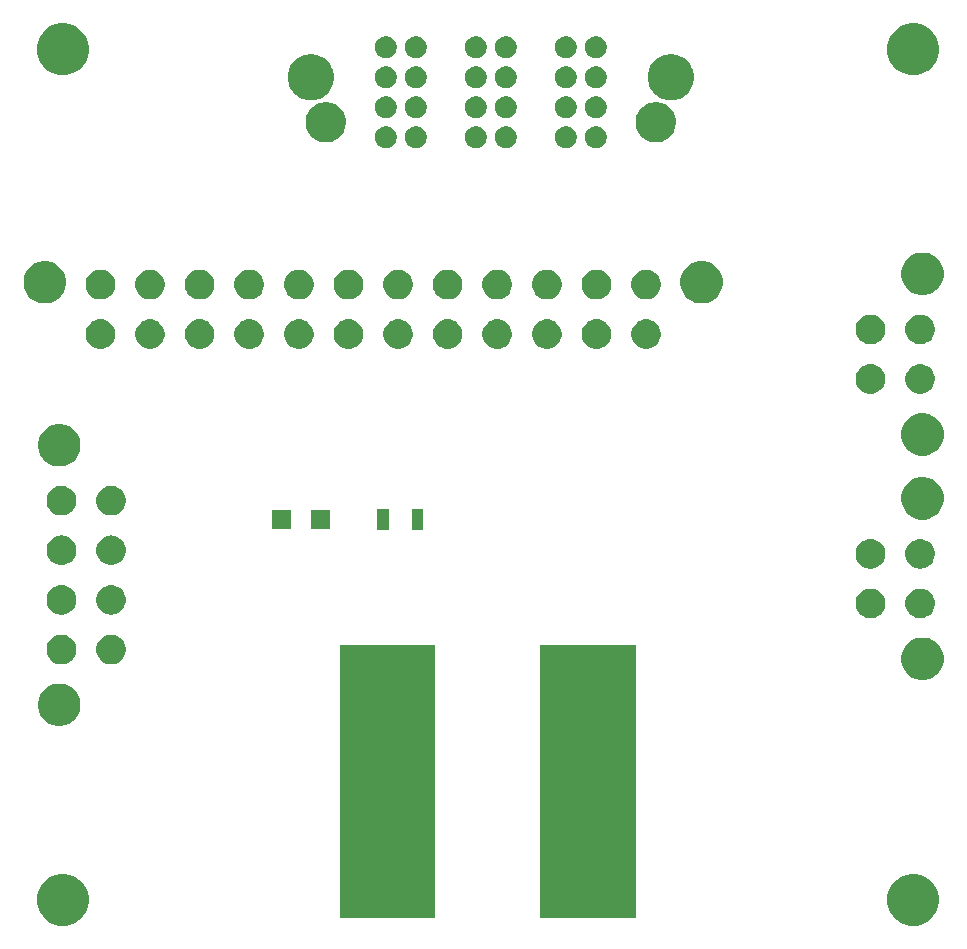
<source format=gbr>
G04 #@! TF.GenerationSoftware,KiCad,Pcbnew,(5.0.1)-3*
G04 #@! TF.CreationDate,2020-07-01T10:05:04+02:00*
G04 #@! TF.ProjectId,alim winterfell,616C696D2077696E74657266656C6C2E,rev?*
G04 #@! TF.SameCoordinates,PX632eb2cPY5b8d544*
G04 #@! TF.FileFunction,Soldermask,Top*
G04 #@! TF.FilePolarity,Negative*
%FSLAX46Y46*%
G04 Gerber Fmt 4.6, Leading zero omitted, Abs format (unit mm)*
G04 Created by KiCad (PCBNEW (5.0.1)-3) date 01/07/2020 10:05:04*
%MOMM*%
%LPD*%
G01*
G04 APERTURE LIST*
%ADD10C,0.100000*%
G04 APERTURE END LIST*
D10*
G36*
X72654406Y2115718D02*
X73054965Y1949801D01*
X73415459Y1708927D01*
X73722027Y1402359D01*
X73962901Y1041865D01*
X74128818Y641306D01*
X74213400Y216081D01*
X74213400Y-217481D01*
X74128818Y-642706D01*
X73962901Y-1043265D01*
X73722027Y-1403759D01*
X73415459Y-1710327D01*
X73054965Y-1951201D01*
X72654406Y-2117118D01*
X72229181Y-2201700D01*
X71795619Y-2201700D01*
X71370394Y-2117118D01*
X70969835Y-1951201D01*
X70609341Y-1710327D01*
X70302773Y-1403759D01*
X70061899Y-1043265D01*
X69895982Y-642706D01*
X69811400Y-217481D01*
X69811400Y216081D01*
X69895982Y641306D01*
X70061899Y1041865D01*
X70302773Y1402359D01*
X70609341Y1708927D01*
X70969835Y1949801D01*
X71370394Y2115718D01*
X71795619Y2200300D01*
X72229181Y2200300D01*
X72654406Y2115718D01*
X72654406Y2115718D01*
G37*
G36*
X654406Y2115718D02*
X1054965Y1949801D01*
X1415459Y1708927D01*
X1722027Y1402359D01*
X1962901Y1041865D01*
X2128818Y641306D01*
X2213400Y216081D01*
X2213400Y-217481D01*
X2128818Y-642706D01*
X1962901Y-1043265D01*
X1722027Y-1403759D01*
X1415459Y-1710327D01*
X1054965Y-1951201D01*
X654406Y-2117118D01*
X229181Y-2201700D01*
X-204381Y-2201700D01*
X-629606Y-2117118D01*
X-1030165Y-1951201D01*
X-1390659Y-1710327D01*
X-1697227Y-1403759D01*
X-1938101Y-1043265D01*
X-2104018Y-642706D01*
X-2188600Y-217481D01*
X-2188600Y216081D01*
X-2104018Y641306D01*
X-1938101Y1041865D01*
X-1697227Y1402359D01*
X-1390659Y1708927D01*
X-1030165Y1949801D01*
X-629606Y2115718D01*
X-204381Y2200300D01*
X229181Y2200300D01*
X654406Y2115718D01*
X654406Y2115718D01*
G37*
G36*
X31550700Y-1551700D02*
X23448700Y-1551700D01*
X23448700Y21550300D01*
X31550700Y21550300D01*
X31550700Y-1551700D01*
X31550700Y-1551700D01*
G37*
G36*
X48550700Y-1551700D02*
X40448700Y-1551700D01*
X40448700Y21550300D01*
X48550700Y21550300D01*
X48550700Y-1551700D01*
X48550700Y-1551700D01*
G37*
G36*
X234031Y18231089D02*
X561792Y18095326D01*
X856773Y17898226D01*
X1107626Y17647373D01*
X1304726Y17352392D01*
X1440489Y17024631D01*
X1509700Y16676684D01*
X1509700Y16321916D01*
X1440489Y15973969D01*
X1304726Y15646208D01*
X1107626Y15351227D01*
X856773Y15100374D01*
X561792Y14903274D01*
X234031Y14767511D01*
X-113916Y14698300D01*
X-468684Y14698300D01*
X-816631Y14767511D01*
X-1144392Y14903274D01*
X-1439373Y15100374D01*
X-1690226Y15351227D01*
X-1887326Y15646208D01*
X-2023089Y15973969D01*
X-2092300Y16321916D01*
X-2092300Y16676684D01*
X-2023089Y17024631D01*
X-1887326Y17352392D01*
X-1690226Y17647373D01*
X-1439373Y17898226D01*
X-1144392Y18095326D01*
X-816631Y18231089D01*
X-468684Y18300300D01*
X-113916Y18300300D01*
X234031Y18231089D01*
X234031Y18231089D01*
G37*
G36*
X73316031Y22131089D02*
X73643792Y21995326D01*
X73938773Y21798226D01*
X74189626Y21547373D01*
X74386726Y21252392D01*
X74522489Y20924631D01*
X74591700Y20576684D01*
X74591700Y20221916D01*
X74522489Y19873969D01*
X74386726Y19546208D01*
X74189626Y19251227D01*
X73938773Y19000374D01*
X73643792Y18803274D01*
X73316031Y18667511D01*
X72968084Y18598300D01*
X72613316Y18598300D01*
X72265369Y18667511D01*
X71937608Y18803274D01*
X71642627Y19000374D01*
X71391774Y19251227D01*
X71194674Y19546208D01*
X71058911Y19873969D01*
X70989700Y20221916D01*
X70989700Y20576684D01*
X71058911Y20924631D01*
X71194674Y21252392D01*
X71391774Y21547373D01*
X71642627Y21798226D01*
X71937608Y21995326D01*
X72265369Y22131089D01*
X72613316Y22200300D01*
X72968084Y22200300D01*
X73316031Y22131089D01*
X73316031Y22131089D01*
G37*
G36*
X83335Y22438281D02*
X264603Y22402225D01*
X492271Y22307922D01*
X653338Y22200300D01*
X697169Y22171013D01*
X871413Y21996769D01*
X871415Y21996766D01*
X1008322Y21791871D01*
X1102625Y21564203D01*
X1150700Y21322513D01*
X1150700Y21076087D01*
X1102625Y20834397D01*
X1008322Y20606729D01*
X872032Y20402758D01*
X871413Y20401831D01*
X697169Y20227587D01*
X697166Y20227585D01*
X492271Y20090678D01*
X264603Y19996375D01*
X83336Y19960319D01*
X22914Y19948300D01*
X-223514Y19948300D01*
X-283936Y19960319D01*
X-465203Y19996375D01*
X-692871Y20090678D01*
X-897766Y20227585D01*
X-897769Y20227587D01*
X-1072013Y20401831D01*
X-1072632Y20402758D01*
X-1208922Y20606729D01*
X-1303225Y20834397D01*
X-1351300Y21076087D01*
X-1351300Y21322513D01*
X-1303225Y21564203D01*
X-1208922Y21791871D01*
X-1072015Y21996766D01*
X-1072013Y21996769D01*
X-897769Y22171013D01*
X-853938Y22200300D01*
X-692871Y22307922D01*
X-465203Y22402225D01*
X-283935Y22438281D01*
X-223514Y22450300D01*
X22914Y22450300D01*
X83335Y22438281D01*
X83335Y22438281D01*
G37*
G36*
X4283335Y22438281D02*
X4464603Y22402225D01*
X4692271Y22307922D01*
X4853338Y22200300D01*
X4897169Y22171013D01*
X5071413Y21996769D01*
X5071415Y21996766D01*
X5208322Y21791871D01*
X5302625Y21564203D01*
X5350700Y21322513D01*
X5350700Y21076087D01*
X5302625Y20834397D01*
X5208322Y20606729D01*
X5072032Y20402758D01*
X5071413Y20401831D01*
X4897169Y20227587D01*
X4897166Y20227585D01*
X4692271Y20090678D01*
X4464603Y19996375D01*
X4283336Y19960319D01*
X4222914Y19948300D01*
X3976486Y19948300D01*
X3916064Y19960319D01*
X3734797Y19996375D01*
X3507129Y20090678D01*
X3302234Y20227585D01*
X3302231Y20227587D01*
X3127987Y20401831D01*
X3127368Y20402758D01*
X2991078Y20606729D01*
X2896775Y20834397D01*
X2848700Y21076087D01*
X2848700Y21322513D01*
X2896775Y21564203D01*
X2991078Y21791871D01*
X3127985Y21996766D01*
X3127987Y21996769D01*
X3302231Y22171013D01*
X3346062Y22200300D01*
X3507129Y22307922D01*
X3734797Y22402225D01*
X3916065Y22438281D01*
X3976486Y22450300D01*
X4222914Y22450300D01*
X4283335Y22438281D01*
X4283335Y22438281D01*
G37*
G36*
X72783336Y26338281D02*
X72964603Y26302225D01*
X73192271Y26207922D01*
X73396242Y26071632D01*
X73397169Y26071013D01*
X73571413Y25896769D01*
X73571415Y25896766D01*
X73708322Y25691871D01*
X73802625Y25464203D01*
X73838681Y25282936D01*
X73840044Y25276087D01*
X73850700Y25222513D01*
X73850700Y24976087D01*
X73802625Y24734397D01*
X73708322Y24506729D01*
X73655439Y24427585D01*
X73571413Y24301831D01*
X73397169Y24127587D01*
X73397166Y24127585D01*
X73192271Y23990678D01*
X72964603Y23896375D01*
X72783335Y23860319D01*
X72722914Y23848300D01*
X72476486Y23848300D01*
X72416065Y23860319D01*
X72234797Y23896375D01*
X72007129Y23990678D01*
X71802234Y24127585D01*
X71802231Y24127587D01*
X71627987Y24301831D01*
X71543961Y24427585D01*
X71491078Y24506729D01*
X71396775Y24734397D01*
X71348700Y24976087D01*
X71348700Y25222513D01*
X71359357Y25276087D01*
X71360719Y25282936D01*
X71396775Y25464203D01*
X71491078Y25691871D01*
X71627985Y25896766D01*
X71627987Y25896769D01*
X71802231Y26071013D01*
X71803158Y26071632D01*
X72007129Y26207922D01*
X72234797Y26302225D01*
X72416064Y26338281D01*
X72476486Y26350300D01*
X72722914Y26350300D01*
X72783336Y26338281D01*
X72783336Y26338281D01*
G37*
G36*
X68583336Y26338281D02*
X68764603Y26302225D01*
X68992271Y26207922D01*
X69196242Y26071632D01*
X69197169Y26071013D01*
X69371413Y25896769D01*
X69371415Y25896766D01*
X69508322Y25691871D01*
X69602625Y25464203D01*
X69638681Y25282936D01*
X69640044Y25276087D01*
X69650700Y25222513D01*
X69650700Y24976087D01*
X69602625Y24734397D01*
X69508322Y24506729D01*
X69455439Y24427585D01*
X69371413Y24301831D01*
X69197169Y24127587D01*
X69197166Y24127585D01*
X68992271Y23990678D01*
X68764603Y23896375D01*
X68583335Y23860319D01*
X68522914Y23848300D01*
X68276486Y23848300D01*
X68216065Y23860319D01*
X68034797Y23896375D01*
X67807129Y23990678D01*
X67602234Y24127585D01*
X67602231Y24127587D01*
X67427987Y24301831D01*
X67343961Y24427585D01*
X67291078Y24506729D01*
X67196775Y24734397D01*
X67148700Y24976087D01*
X67148700Y25222513D01*
X67159357Y25276087D01*
X67160719Y25282936D01*
X67196775Y25464203D01*
X67291078Y25691871D01*
X67427985Y25896766D01*
X67427987Y25896769D01*
X67602231Y26071013D01*
X67603158Y26071632D01*
X67807129Y26207922D01*
X68034797Y26302225D01*
X68216064Y26338281D01*
X68276486Y26350300D01*
X68522914Y26350300D01*
X68583336Y26338281D01*
X68583336Y26338281D01*
G37*
G36*
X4283335Y26638281D02*
X4464603Y26602225D01*
X4692271Y26507922D01*
X4896242Y26371632D01*
X4897169Y26371013D01*
X5071413Y26196769D01*
X5071415Y26196766D01*
X5208322Y25991871D01*
X5302625Y25764203D01*
X5338681Y25582935D01*
X5350700Y25522514D01*
X5350700Y25276086D01*
X5338681Y25215665D01*
X5302625Y25034397D01*
X5208322Y24806729D01*
X5072032Y24602758D01*
X5071413Y24601831D01*
X4897169Y24427587D01*
X4897166Y24427585D01*
X4692271Y24290678D01*
X4464603Y24196375D01*
X4283336Y24160319D01*
X4222914Y24148300D01*
X3976486Y24148300D01*
X3916064Y24160319D01*
X3734797Y24196375D01*
X3507129Y24290678D01*
X3302234Y24427585D01*
X3302231Y24427587D01*
X3127987Y24601831D01*
X3127368Y24602758D01*
X2991078Y24806729D01*
X2896775Y25034397D01*
X2860719Y25215665D01*
X2848700Y25276086D01*
X2848700Y25522514D01*
X2860719Y25582935D01*
X2896775Y25764203D01*
X2991078Y25991871D01*
X3127985Y26196766D01*
X3127987Y26196769D01*
X3302231Y26371013D01*
X3303158Y26371632D01*
X3507129Y26507922D01*
X3734797Y26602225D01*
X3916065Y26638281D01*
X3976486Y26650300D01*
X4222914Y26650300D01*
X4283335Y26638281D01*
X4283335Y26638281D01*
G37*
G36*
X83335Y26638281D02*
X264603Y26602225D01*
X492271Y26507922D01*
X696242Y26371632D01*
X697169Y26371013D01*
X871413Y26196769D01*
X871415Y26196766D01*
X1008322Y25991871D01*
X1102625Y25764203D01*
X1138681Y25582935D01*
X1150700Y25522514D01*
X1150700Y25276086D01*
X1138681Y25215665D01*
X1102625Y25034397D01*
X1008322Y24806729D01*
X872032Y24602758D01*
X871413Y24601831D01*
X697169Y24427587D01*
X697166Y24427585D01*
X492271Y24290678D01*
X264603Y24196375D01*
X83336Y24160319D01*
X22914Y24148300D01*
X-223514Y24148300D01*
X-283936Y24160319D01*
X-465203Y24196375D01*
X-692871Y24290678D01*
X-897766Y24427585D01*
X-897769Y24427587D01*
X-1072013Y24601831D01*
X-1072632Y24602758D01*
X-1208922Y24806729D01*
X-1303225Y25034397D01*
X-1339281Y25215665D01*
X-1351300Y25276086D01*
X-1351300Y25522514D01*
X-1339281Y25582935D01*
X-1303225Y25764203D01*
X-1208922Y25991871D01*
X-1072015Y26196766D01*
X-1072013Y26196769D01*
X-897769Y26371013D01*
X-896842Y26371632D01*
X-692871Y26507922D01*
X-465203Y26602225D01*
X-283935Y26638281D01*
X-223514Y26650300D01*
X22914Y26650300D01*
X83335Y26638281D01*
X83335Y26638281D01*
G37*
G36*
X68583336Y30538281D02*
X68764603Y30502225D01*
X68992271Y30407922D01*
X69196242Y30271632D01*
X69197169Y30271013D01*
X69371413Y30096769D01*
X69371415Y30096766D01*
X69508322Y29891871D01*
X69602625Y29664203D01*
X69638681Y29482935D01*
X69640044Y29476087D01*
X69650700Y29422513D01*
X69650700Y29176087D01*
X69602625Y28934397D01*
X69508322Y28706729D01*
X69455439Y28627585D01*
X69371413Y28501831D01*
X69197169Y28327587D01*
X69197166Y28327585D01*
X68992271Y28190678D01*
X68764603Y28096375D01*
X68583335Y28060319D01*
X68522914Y28048300D01*
X68276486Y28048300D01*
X68216065Y28060319D01*
X68034797Y28096375D01*
X67807129Y28190678D01*
X67602234Y28327585D01*
X67602231Y28327587D01*
X67427987Y28501831D01*
X67343961Y28627585D01*
X67291078Y28706729D01*
X67196775Y28934397D01*
X67148700Y29176087D01*
X67148700Y29422513D01*
X67159357Y29476087D01*
X67160719Y29482935D01*
X67196775Y29664203D01*
X67291078Y29891871D01*
X67427985Y30096766D01*
X67427987Y30096769D01*
X67602231Y30271013D01*
X67603158Y30271632D01*
X67807129Y30407922D01*
X68034797Y30502225D01*
X68216064Y30538281D01*
X68276486Y30550300D01*
X68522914Y30550300D01*
X68583336Y30538281D01*
X68583336Y30538281D01*
G37*
G36*
X72783336Y30538281D02*
X72964603Y30502225D01*
X73192271Y30407922D01*
X73396242Y30271632D01*
X73397169Y30271013D01*
X73571413Y30096769D01*
X73571415Y30096766D01*
X73708322Y29891871D01*
X73802625Y29664203D01*
X73838681Y29482935D01*
X73840044Y29476087D01*
X73850700Y29422513D01*
X73850700Y29176087D01*
X73802625Y28934397D01*
X73708322Y28706729D01*
X73655439Y28627585D01*
X73571413Y28501831D01*
X73397169Y28327587D01*
X73397166Y28327585D01*
X73192271Y28190678D01*
X72964603Y28096375D01*
X72783335Y28060319D01*
X72722914Y28048300D01*
X72476486Y28048300D01*
X72416065Y28060319D01*
X72234797Y28096375D01*
X72007129Y28190678D01*
X71802234Y28327585D01*
X71802231Y28327587D01*
X71627987Y28501831D01*
X71543961Y28627585D01*
X71491078Y28706729D01*
X71396775Y28934397D01*
X71348700Y29176087D01*
X71348700Y29422513D01*
X71359357Y29476087D01*
X71360719Y29482935D01*
X71396775Y29664203D01*
X71491078Y29891871D01*
X71627985Y30096766D01*
X71627987Y30096769D01*
X71802231Y30271013D01*
X71803158Y30271632D01*
X72007129Y30407922D01*
X72234797Y30502225D01*
X72416064Y30538281D01*
X72476486Y30550300D01*
X72722914Y30550300D01*
X72783336Y30538281D01*
X72783336Y30538281D01*
G37*
G36*
X83335Y30838281D02*
X264603Y30802225D01*
X492271Y30707922D01*
X696242Y30571632D01*
X697169Y30571013D01*
X871413Y30396769D01*
X871415Y30396766D01*
X1008322Y30191871D01*
X1102625Y29964203D01*
X1138681Y29782936D01*
X1150700Y29722514D01*
X1150700Y29476086D01*
X1138681Y29415665D01*
X1102625Y29234397D01*
X1008322Y29006729D01*
X872032Y28802758D01*
X871413Y28801831D01*
X697169Y28627587D01*
X697166Y28627585D01*
X492271Y28490678D01*
X264603Y28396375D01*
X83335Y28360319D01*
X22914Y28348300D01*
X-223514Y28348300D01*
X-283935Y28360319D01*
X-465203Y28396375D01*
X-692871Y28490678D01*
X-897766Y28627585D01*
X-897769Y28627587D01*
X-1072013Y28801831D01*
X-1072632Y28802758D01*
X-1208922Y29006729D01*
X-1303225Y29234397D01*
X-1339281Y29415665D01*
X-1351300Y29476086D01*
X-1351300Y29722514D01*
X-1339281Y29782936D01*
X-1303225Y29964203D01*
X-1208922Y30191871D01*
X-1072015Y30396766D01*
X-1072013Y30396769D01*
X-897769Y30571013D01*
X-896842Y30571632D01*
X-692871Y30707922D01*
X-465203Y30802225D01*
X-283935Y30838281D01*
X-223514Y30850300D01*
X22914Y30850300D01*
X83335Y30838281D01*
X83335Y30838281D01*
G37*
G36*
X4283335Y30838281D02*
X4464603Y30802225D01*
X4692271Y30707922D01*
X4896242Y30571632D01*
X4897169Y30571013D01*
X5071413Y30396769D01*
X5071415Y30396766D01*
X5208322Y30191871D01*
X5302625Y29964203D01*
X5338681Y29782936D01*
X5350700Y29722514D01*
X5350700Y29476086D01*
X5338681Y29415665D01*
X5302625Y29234397D01*
X5208322Y29006729D01*
X5072032Y28802758D01*
X5071413Y28801831D01*
X4897169Y28627587D01*
X4897166Y28627585D01*
X4692271Y28490678D01*
X4464603Y28396375D01*
X4283335Y28360319D01*
X4222914Y28348300D01*
X3976486Y28348300D01*
X3916065Y28360319D01*
X3734797Y28396375D01*
X3507129Y28490678D01*
X3302234Y28627585D01*
X3302231Y28627587D01*
X3127987Y28801831D01*
X3127368Y28802758D01*
X2991078Y29006729D01*
X2896775Y29234397D01*
X2860719Y29415665D01*
X2848700Y29476086D01*
X2848700Y29722514D01*
X2860719Y29782936D01*
X2896775Y29964203D01*
X2991078Y30191871D01*
X3127985Y30396766D01*
X3127987Y30396769D01*
X3302231Y30571013D01*
X3303158Y30571632D01*
X3507129Y30707922D01*
X3734797Y30802225D01*
X3916065Y30838281D01*
X3976486Y30850300D01*
X4222914Y30850300D01*
X4283335Y30838281D01*
X4283335Y30838281D01*
G37*
G36*
X30548860Y31280800D02*
X29546860Y31280800D01*
X29546860Y33082800D01*
X30548860Y33082800D01*
X30548860Y31280800D01*
X30548860Y31280800D01*
G37*
G36*
X27648860Y31280800D02*
X26646860Y31280800D01*
X26646860Y33082800D01*
X27648860Y33082800D01*
X27648860Y31280800D01*
X27648860Y31280800D01*
G37*
G36*
X22656700Y31363020D02*
X21054700Y31363020D01*
X21054700Y32965020D01*
X22656700Y32965020D01*
X22656700Y31363020D01*
X22656700Y31363020D01*
G37*
G36*
X19356700Y31363020D02*
X17754700Y31363020D01*
X17754700Y32965020D01*
X19356700Y32965020D01*
X19356700Y31363020D01*
X19356700Y31363020D01*
G37*
G36*
X73316031Y35731089D02*
X73643792Y35595326D01*
X73938773Y35398226D01*
X74189626Y35147373D01*
X74386726Y34852392D01*
X74522489Y34524631D01*
X74591700Y34176684D01*
X74591700Y33821916D01*
X74522489Y33473969D01*
X74386726Y33146208D01*
X74189626Y32851227D01*
X73938773Y32600374D01*
X73643792Y32403274D01*
X73316031Y32267511D01*
X72968084Y32198300D01*
X72613316Y32198300D01*
X72265369Y32267511D01*
X71937608Y32403274D01*
X71642627Y32600374D01*
X71391774Y32851227D01*
X71194674Y33146208D01*
X71058911Y33473969D01*
X70989700Y33821916D01*
X70989700Y34176684D01*
X71058911Y34524631D01*
X71194674Y34852392D01*
X71391774Y35147373D01*
X71642627Y35398226D01*
X71937608Y35595326D01*
X72265369Y35731089D01*
X72613316Y35800300D01*
X72968084Y35800300D01*
X73316031Y35731089D01*
X73316031Y35731089D01*
G37*
G36*
X4283336Y35038281D02*
X4464603Y35002225D01*
X4692271Y34907922D01*
X4896242Y34771632D01*
X4897169Y34771013D01*
X5071413Y34596769D01*
X5071415Y34596766D01*
X5208322Y34391871D01*
X5302625Y34164203D01*
X5350700Y33922513D01*
X5350700Y33676087D01*
X5302625Y33434397D01*
X5208322Y33206729D01*
X5167882Y33146207D01*
X5071413Y33001831D01*
X4897169Y32827587D01*
X4897166Y32827585D01*
X4692271Y32690678D01*
X4464603Y32596375D01*
X4283336Y32560319D01*
X4222914Y32548300D01*
X3976486Y32548300D01*
X3916064Y32560319D01*
X3734797Y32596375D01*
X3507129Y32690678D01*
X3302234Y32827585D01*
X3302231Y32827587D01*
X3127987Y33001831D01*
X3031518Y33146207D01*
X2991078Y33206729D01*
X2896775Y33434397D01*
X2848700Y33676087D01*
X2848700Y33922513D01*
X2896775Y34164203D01*
X2991078Y34391871D01*
X3127985Y34596766D01*
X3127987Y34596769D01*
X3302231Y34771013D01*
X3303158Y34771632D01*
X3507129Y34907922D01*
X3734797Y35002225D01*
X3916064Y35038281D01*
X3976486Y35050300D01*
X4222914Y35050300D01*
X4283336Y35038281D01*
X4283336Y35038281D01*
G37*
G36*
X83336Y35038281D02*
X264603Y35002225D01*
X492271Y34907922D01*
X696242Y34771632D01*
X697169Y34771013D01*
X871413Y34596769D01*
X871415Y34596766D01*
X1008322Y34391871D01*
X1102625Y34164203D01*
X1150700Y33922513D01*
X1150700Y33676087D01*
X1102625Y33434397D01*
X1008322Y33206729D01*
X967882Y33146207D01*
X871413Y33001831D01*
X697169Y32827587D01*
X697166Y32827585D01*
X492271Y32690678D01*
X264603Y32596375D01*
X83336Y32560319D01*
X22914Y32548300D01*
X-223514Y32548300D01*
X-283936Y32560319D01*
X-465203Y32596375D01*
X-692871Y32690678D01*
X-897766Y32827585D01*
X-897769Y32827587D01*
X-1072013Y33001831D01*
X-1168482Y33146207D01*
X-1208922Y33206729D01*
X-1303225Y33434397D01*
X-1351300Y33676087D01*
X-1351300Y33922513D01*
X-1303225Y34164203D01*
X-1208922Y34391871D01*
X-1072015Y34596766D01*
X-1072013Y34596769D01*
X-897769Y34771013D01*
X-896842Y34771632D01*
X-692871Y34907922D01*
X-465203Y35002225D01*
X-283936Y35038281D01*
X-223514Y35050300D01*
X22914Y35050300D01*
X83336Y35038281D01*
X83336Y35038281D01*
G37*
G36*
X234031Y40231089D02*
X561792Y40095326D01*
X856773Y39898226D01*
X1107626Y39647373D01*
X1304726Y39352392D01*
X1440489Y39024631D01*
X1509700Y38676684D01*
X1509700Y38321916D01*
X1440489Y37973969D01*
X1304726Y37646208D01*
X1107626Y37351227D01*
X856773Y37100374D01*
X561792Y36903274D01*
X234031Y36767511D01*
X-113916Y36698300D01*
X-468684Y36698300D01*
X-816631Y36767511D01*
X-1144392Y36903274D01*
X-1439373Y37100374D01*
X-1690226Y37351227D01*
X-1887326Y37646208D01*
X-2023089Y37973969D01*
X-2092300Y38321916D01*
X-2092300Y38676684D01*
X-2023089Y39024631D01*
X-1887326Y39352392D01*
X-1690226Y39647373D01*
X-1439373Y39898226D01*
X-1144392Y40095326D01*
X-816631Y40231089D01*
X-468684Y40300300D01*
X-113916Y40300300D01*
X234031Y40231089D01*
X234031Y40231089D01*
G37*
G36*
X73316031Y41131089D02*
X73643792Y40995326D01*
X73938773Y40798226D01*
X74189626Y40547373D01*
X74386726Y40252392D01*
X74522489Y39924631D01*
X74591700Y39576684D01*
X74591700Y39221916D01*
X74522489Y38873969D01*
X74386726Y38546208D01*
X74189626Y38251227D01*
X73938773Y38000374D01*
X73643792Y37803274D01*
X73316031Y37667511D01*
X72968084Y37598300D01*
X72613316Y37598300D01*
X72265369Y37667511D01*
X71937608Y37803274D01*
X71642627Y38000374D01*
X71391774Y38251227D01*
X71194674Y38546208D01*
X71058911Y38873969D01*
X70989700Y39221916D01*
X70989700Y39576684D01*
X71058911Y39924631D01*
X71194674Y40252392D01*
X71391774Y40547373D01*
X71642627Y40798226D01*
X71937608Y40995326D01*
X72265369Y41131089D01*
X72613316Y41200300D01*
X72968084Y41200300D01*
X73316031Y41131089D01*
X73316031Y41131089D01*
G37*
G36*
X68583336Y45338281D02*
X68764603Y45302225D01*
X68992271Y45207922D01*
X69196242Y45071632D01*
X69197169Y45071013D01*
X69371413Y44896769D01*
X69371415Y44896766D01*
X69508322Y44691871D01*
X69602625Y44464203D01*
X69650700Y44222513D01*
X69650700Y43976087D01*
X69602625Y43734397D01*
X69508322Y43506729D01*
X69372032Y43302758D01*
X69371413Y43301831D01*
X69197169Y43127587D01*
X69197166Y43127585D01*
X68992271Y42990678D01*
X68764603Y42896375D01*
X68583335Y42860319D01*
X68522914Y42848300D01*
X68276486Y42848300D01*
X68216065Y42860319D01*
X68034797Y42896375D01*
X67807129Y42990678D01*
X67602234Y43127585D01*
X67602231Y43127587D01*
X67427987Y43301831D01*
X67427368Y43302758D01*
X67291078Y43506729D01*
X67196775Y43734397D01*
X67148700Y43976087D01*
X67148700Y44222513D01*
X67196775Y44464203D01*
X67291078Y44691871D01*
X67427985Y44896766D01*
X67427987Y44896769D01*
X67602231Y45071013D01*
X67603158Y45071632D01*
X67807129Y45207922D01*
X68034797Y45302225D01*
X68216065Y45338281D01*
X68276486Y45350300D01*
X68522914Y45350300D01*
X68583336Y45338281D01*
X68583336Y45338281D01*
G37*
G36*
X72783336Y45338281D02*
X72964603Y45302225D01*
X73192271Y45207922D01*
X73396242Y45071632D01*
X73397169Y45071013D01*
X73571413Y44896769D01*
X73571415Y44896766D01*
X73708322Y44691871D01*
X73802625Y44464203D01*
X73850700Y44222513D01*
X73850700Y43976087D01*
X73802625Y43734397D01*
X73708322Y43506729D01*
X73572032Y43302758D01*
X73571413Y43301831D01*
X73397169Y43127587D01*
X73397166Y43127585D01*
X73192271Y42990678D01*
X72964603Y42896375D01*
X72783335Y42860319D01*
X72722914Y42848300D01*
X72476486Y42848300D01*
X72416065Y42860319D01*
X72234797Y42896375D01*
X72007129Y42990678D01*
X71802234Y43127585D01*
X71802231Y43127587D01*
X71627987Y43301831D01*
X71627368Y43302758D01*
X71491078Y43506729D01*
X71396775Y43734397D01*
X71348700Y43976087D01*
X71348700Y44222513D01*
X71396775Y44464203D01*
X71491078Y44691871D01*
X71627985Y44896766D01*
X71627987Y44896769D01*
X71802231Y45071013D01*
X71803158Y45071632D01*
X72007129Y45207922D01*
X72234797Y45302225D01*
X72416065Y45338281D01*
X72476486Y45350300D01*
X72722914Y45350300D01*
X72783336Y45338281D01*
X72783336Y45338281D01*
G37*
G36*
X7583336Y49138281D02*
X7764603Y49102225D01*
X7992271Y49007922D01*
X8165953Y48891871D01*
X8197169Y48871013D01*
X8371413Y48696769D01*
X8371415Y48696766D01*
X8508322Y48491871D01*
X8602625Y48264203D01*
X8650700Y48022513D01*
X8650700Y47776087D01*
X8602625Y47534397D01*
X8508322Y47306729D01*
X8372032Y47102758D01*
X8371413Y47101831D01*
X8197169Y46927587D01*
X8197166Y46927585D01*
X7992271Y46790678D01*
X7764603Y46696375D01*
X7583335Y46660319D01*
X7522914Y46648300D01*
X7276486Y46648300D01*
X7216065Y46660319D01*
X7034797Y46696375D01*
X6807129Y46790678D01*
X6602234Y46927585D01*
X6602231Y46927587D01*
X6427987Y47101831D01*
X6427368Y47102758D01*
X6291078Y47306729D01*
X6196775Y47534397D01*
X6148700Y47776087D01*
X6148700Y48022513D01*
X6196775Y48264203D01*
X6291078Y48491871D01*
X6427985Y48696766D01*
X6427987Y48696769D01*
X6602231Y48871013D01*
X6633447Y48891871D01*
X6807129Y49007922D01*
X7034797Y49102225D01*
X7216065Y49138281D01*
X7276486Y49150300D01*
X7522914Y49150300D01*
X7583336Y49138281D01*
X7583336Y49138281D01*
G37*
G36*
X11783336Y49138281D02*
X11964603Y49102225D01*
X12192271Y49007922D01*
X12365953Y48891871D01*
X12397169Y48871013D01*
X12571413Y48696769D01*
X12571415Y48696766D01*
X12708322Y48491871D01*
X12802625Y48264203D01*
X12850700Y48022513D01*
X12850700Y47776087D01*
X12802625Y47534397D01*
X12708322Y47306729D01*
X12572032Y47102758D01*
X12571413Y47101831D01*
X12397169Y46927587D01*
X12397166Y46927585D01*
X12192271Y46790678D01*
X11964603Y46696375D01*
X11783335Y46660319D01*
X11722914Y46648300D01*
X11476486Y46648300D01*
X11416065Y46660319D01*
X11234797Y46696375D01*
X11007129Y46790678D01*
X10802234Y46927585D01*
X10802231Y46927587D01*
X10627987Y47101831D01*
X10627368Y47102758D01*
X10491078Y47306729D01*
X10396775Y47534397D01*
X10348700Y47776087D01*
X10348700Y48022513D01*
X10396775Y48264203D01*
X10491078Y48491871D01*
X10627985Y48696766D01*
X10627987Y48696769D01*
X10802231Y48871013D01*
X10833447Y48891871D01*
X11007129Y49007922D01*
X11234797Y49102225D01*
X11416065Y49138281D01*
X11476486Y49150300D01*
X11722914Y49150300D01*
X11783336Y49138281D01*
X11783336Y49138281D01*
G37*
G36*
X49583336Y49138281D02*
X49764603Y49102225D01*
X49992271Y49007922D01*
X50165953Y48891871D01*
X50197169Y48871013D01*
X50371413Y48696769D01*
X50371415Y48696766D01*
X50508322Y48491871D01*
X50602625Y48264203D01*
X50650700Y48022513D01*
X50650700Y47776087D01*
X50602625Y47534397D01*
X50508322Y47306729D01*
X50372032Y47102758D01*
X50371413Y47101831D01*
X50197169Y46927587D01*
X50197166Y46927585D01*
X49992271Y46790678D01*
X49764603Y46696375D01*
X49583335Y46660319D01*
X49522914Y46648300D01*
X49276486Y46648300D01*
X49216065Y46660319D01*
X49034797Y46696375D01*
X48807129Y46790678D01*
X48602234Y46927585D01*
X48602231Y46927587D01*
X48427987Y47101831D01*
X48427368Y47102758D01*
X48291078Y47306729D01*
X48196775Y47534397D01*
X48148700Y47776087D01*
X48148700Y48022513D01*
X48196775Y48264203D01*
X48291078Y48491871D01*
X48427985Y48696766D01*
X48427987Y48696769D01*
X48602231Y48871013D01*
X48633447Y48891871D01*
X48807129Y49007922D01*
X49034797Y49102225D01*
X49216065Y49138281D01*
X49276486Y49150300D01*
X49522914Y49150300D01*
X49583336Y49138281D01*
X49583336Y49138281D01*
G37*
G36*
X45383336Y49138281D02*
X45564603Y49102225D01*
X45792271Y49007922D01*
X45965953Y48891871D01*
X45997169Y48871013D01*
X46171413Y48696769D01*
X46171415Y48696766D01*
X46308322Y48491871D01*
X46402625Y48264203D01*
X46450700Y48022513D01*
X46450700Y47776087D01*
X46402625Y47534397D01*
X46308322Y47306729D01*
X46172032Y47102758D01*
X46171413Y47101831D01*
X45997169Y46927587D01*
X45997166Y46927585D01*
X45792271Y46790678D01*
X45564603Y46696375D01*
X45383335Y46660319D01*
X45322914Y46648300D01*
X45076486Y46648300D01*
X45016065Y46660319D01*
X44834797Y46696375D01*
X44607129Y46790678D01*
X44402234Y46927585D01*
X44402231Y46927587D01*
X44227987Y47101831D01*
X44227368Y47102758D01*
X44091078Y47306729D01*
X43996775Y47534397D01*
X43948700Y47776087D01*
X43948700Y48022513D01*
X43996775Y48264203D01*
X44091078Y48491871D01*
X44227985Y48696766D01*
X44227987Y48696769D01*
X44402231Y48871013D01*
X44433447Y48891871D01*
X44607129Y49007922D01*
X44834797Y49102225D01*
X45016065Y49138281D01*
X45076486Y49150300D01*
X45322914Y49150300D01*
X45383336Y49138281D01*
X45383336Y49138281D01*
G37*
G36*
X41183336Y49138281D02*
X41364603Y49102225D01*
X41592271Y49007922D01*
X41765953Y48891871D01*
X41797169Y48871013D01*
X41971413Y48696769D01*
X41971415Y48696766D01*
X42108322Y48491871D01*
X42202625Y48264203D01*
X42250700Y48022513D01*
X42250700Y47776087D01*
X42202625Y47534397D01*
X42108322Y47306729D01*
X41972032Y47102758D01*
X41971413Y47101831D01*
X41797169Y46927587D01*
X41797166Y46927585D01*
X41592271Y46790678D01*
X41364603Y46696375D01*
X41183335Y46660319D01*
X41122914Y46648300D01*
X40876486Y46648300D01*
X40816065Y46660319D01*
X40634797Y46696375D01*
X40407129Y46790678D01*
X40202234Y46927585D01*
X40202231Y46927587D01*
X40027987Y47101831D01*
X40027368Y47102758D01*
X39891078Y47306729D01*
X39796775Y47534397D01*
X39748700Y47776087D01*
X39748700Y48022513D01*
X39796775Y48264203D01*
X39891078Y48491871D01*
X40027985Y48696766D01*
X40027987Y48696769D01*
X40202231Y48871013D01*
X40233447Y48891871D01*
X40407129Y49007922D01*
X40634797Y49102225D01*
X40816065Y49138281D01*
X40876486Y49150300D01*
X41122914Y49150300D01*
X41183336Y49138281D01*
X41183336Y49138281D01*
G37*
G36*
X36983336Y49138281D02*
X37164603Y49102225D01*
X37392271Y49007922D01*
X37565953Y48891871D01*
X37597169Y48871013D01*
X37771413Y48696769D01*
X37771415Y48696766D01*
X37908322Y48491871D01*
X38002625Y48264203D01*
X38050700Y48022513D01*
X38050700Y47776087D01*
X38002625Y47534397D01*
X37908322Y47306729D01*
X37772032Y47102758D01*
X37771413Y47101831D01*
X37597169Y46927587D01*
X37597166Y46927585D01*
X37392271Y46790678D01*
X37164603Y46696375D01*
X36983335Y46660319D01*
X36922914Y46648300D01*
X36676486Y46648300D01*
X36616065Y46660319D01*
X36434797Y46696375D01*
X36207129Y46790678D01*
X36002234Y46927585D01*
X36002231Y46927587D01*
X35827987Y47101831D01*
X35827368Y47102758D01*
X35691078Y47306729D01*
X35596775Y47534397D01*
X35548700Y47776087D01*
X35548700Y48022513D01*
X35596775Y48264203D01*
X35691078Y48491871D01*
X35827985Y48696766D01*
X35827987Y48696769D01*
X36002231Y48871013D01*
X36033447Y48891871D01*
X36207129Y49007922D01*
X36434797Y49102225D01*
X36616065Y49138281D01*
X36676486Y49150300D01*
X36922914Y49150300D01*
X36983336Y49138281D01*
X36983336Y49138281D01*
G37*
G36*
X32783336Y49138281D02*
X32964603Y49102225D01*
X33192271Y49007922D01*
X33365953Y48891871D01*
X33397169Y48871013D01*
X33571413Y48696769D01*
X33571415Y48696766D01*
X33708322Y48491871D01*
X33802625Y48264203D01*
X33850700Y48022513D01*
X33850700Y47776087D01*
X33802625Y47534397D01*
X33708322Y47306729D01*
X33572032Y47102758D01*
X33571413Y47101831D01*
X33397169Y46927587D01*
X33397166Y46927585D01*
X33192271Y46790678D01*
X32964603Y46696375D01*
X32783335Y46660319D01*
X32722914Y46648300D01*
X32476486Y46648300D01*
X32416065Y46660319D01*
X32234797Y46696375D01*
X32007129Y46790678D01*
X31802234Y46927585D01*
X31802231Y46927587D01*
X31627987Y47101831D01*
X31627368Y47102758D01*
X31491078Y47306729D01*
X31396775Y47534397D01*
X31348700Y47776087D01*
X31348700Y48022513D01*
X31396775Y48264203D01*
X31491078Y48491871D01*
X31627985Y48696766D01*
X31627987Y48696769D01*
X31802231Y48871013D01*
X31833447Y48891871D01*
X32007129Y49007922D01*
X32234797Y49102225D01*
X32416065Y49138281D01*
X32476486Y49150300D01*
X32722914Y49150300D01*
X32783336Y49138281D01*
X32783336Y49138281D01*
G37*
G36*
X28583336Y49138281D02*
X28764603Y49102225D01*
X28992271Y49007922D01*
X29165953Y48891871D01*
X29197169Y48871013D01*
X29371413Y48696769D01*
X29371415Y48696766D01*
X29508322Y48491871D01*
X29602625Y48264203D01*
X29650700Y48022513D01*
X29650700Y47776087D01*
X29602625Y47534397D01*
X29508322Y47306729D01*
X29372032Y47102758D01*
X29371413Y47101831D01*
X29197169Y46927587D01*
X29197166Y46927585D01*
X28992271Y46790678D01*
X28764603Y46696375D01*
X28583335Y46660319D01*
X28522914Y46648300D01*
X28276486Y46648300D01*
X28216065Y46660319D01*
X28034797Y46696375D01*
X27807129Y46790678D01*
X27602234Y46927585D01*
X27602231Y46927587D01*
X27427987Y47101831D01*
X27427368Y47102758D01*
X27291078Y47306729D01*
X27196775Y47534397D01*
X27148700Y47776087D01*
X27148700Y48022513D01*
X27196775Y48264203D01*
X27291078Y48491871D01*
X27427985Y48696766D01*
X27427987Y48696769D01*
X27602231Y48871013D01*
X27633447Y48891871D01*
X27807129Y49007922D01*
X28034797Y49102225D01*
X28216065Y49138281D01*
X28276486Y49150300D01*
X28522914Y49150300D01*
X28583336Y49138281D01*
X28583336Y49138281D01*
G37*
G36*
X24383336Y49138281D02*
X24564603Y49102225D01*
X24792271Y49007922D01*
X24965953Y48891871D01*
X24997169Y48871013D01*
X25171413Y48696769D01*
X25171415Y48696766D01*
X25308322Y48491871D01*
X25402625Y48264203D01*
X25450700Y48022513D01*
X25450700Y47776087D01*
X25402625Y47534397D01*
X25308322Y47306729D01*
X25172032Y47102758D01*
X25171413Y47101831D01*
X24997169Y46927587D01*
X24997166Y46927585D01*
X24792271Y46790678D01*
X24564603Y46696375D01*
X24383335Y46660319D01*
X24322914Y46648300D01*
X24076486Y46648300D01*
X24016065Y46660319D01*
X23834797Y46696375D01*
X23607129Y46790678D01*
X23402234Y46927585D01*
X23402231Y46927587D01*
X23227987Y47101831D01*
X23227368Y47102758D01*
X23091078Y47306729D01*
X22996775Y47534397D01*
X22948700Y47776087D01*
X22948700Y48022513D01*
X22996775Y48264203D01*
X23091078Y48491871D01*
X23227985Y48696766D01*
X23227987Y48696769D01*
X23402231Y48871013D01*
X23433447Y48891871D01*
X23607129Y49007922D01*
X23834797Y49102225D01*
X24016065Y49138281D01*
X24076486Y49150300D01*
X24322914Y49150300D01*
X24383336Y49138281D01*
X24383336Y49138281D01*
G37*
G36*
X20183336Y49138281D02*
X20364603Y49102225D01*
X20592271Y49007922D01*
X20765953Y48891871D01*
X20797169Y48871013D01*
X20971413Y48696769D01*
X20971415Y48696766D01*
X21108322Y48491871D01*
X21202625Y48264203D01*
X21250700Y48022513D01*
X21250700Y47776087D01*
X21202625Y47534397D01*
X21108322Y47306729D01*
X20972032Y47102758D01*
X20971413Y47101831D01*
X20797169Y46927587D01*
X20797166Y46927585D01*
X20592271Y46790678D01*
X20364603Y46696375D01*
X20183335Y46660319D01*
X20122914Y46648300D01*
X19876486Y46648300D01*
X19816065Y46660319D01*
X19634797Y46696375D01*
X19407129Y46790678D01*
X19202234Y46927585D01*
X19202231Y46927587D01*
X19027987Y47101831D01*
X19027368Y47102758D01*
X18891078Y47306729D01*
X18796775Y47534397D01*
X18748700Y47776087D01*
X18748700Y48022513D01*
X18796775Y48264203D01*
X18891078Y48491871D01*
X19027985Y48696766D01*
X19027987Y48696769D01*
X19202231Y48871013D01*
X19233447Y48891871D01*
X19407129Y49007922D01*
X19634797Y49102225D01*
X19816065Y49138281D01*
X19876486Y49150300D01*
X20122914Y49150300D01*
X20183336Y49138281D01*
X20183336Y49138281D01*
G37*
G36*
X3383336Y49138281D02*
X3564603Y49102225D01*
X3792271Y49007922D01*
X3965953Y48891871D01*
X3997169Y48871013D01*
X4171413Y48696769D01*
X4171415Y48696766D01*
X4308322Y48491871D01*
X4402625Y48264203D01*
X4450700Y48022513D01*
X4450700Y47776087D01*
X4402625Y47534397D01*
X4308322Y47306729D01*
X4172032Y47102758D01*
X4171413Y47101831D01*
X3997169Y46927587D01*
X3997166Y46927585D01*
X3792271Y46790678D01*
X3564603Y46696375D01*
X3383335Y46660319D01*
X3322914Y46648300D01*
X3076486Y46648300D01*
X3016065Y46660319D01*
X2834797Y46696375D01*
X2607129Y46790678D01*
X2402234Y46927585D01*
X2402231Y46927587D01*
X2227987Y47101831D01*
X2227368Y47102758D01*
X2091078Y47306729D01*
X1996775Y47534397D01*
X1948700Y47776087D01*
X1948700Y48022513D01*
X1996775Y48264203D01*
X2091078Y48491871D01*
X2227985Y48696766D01*
X2227987Y48696769D01*
X2402231Y48871013D01*
X2433447Y48891871D01*
X2607129Y49007922D01*
X2834797Y49102225D01*
X3016065Y49138281D01*
X3076486Y49150300D01*
X3322914Y49150300D01*
X3383336Y49138281D01*
X3383336Y49138281D01*
G37*
G36*
X15983336Y49138281D02*
X16164603Y49102225D01*
X16392271Y49007922D01*
X16565953Y48891871D01*
X16597169Y48871013D01*
X16771413Y48696769D01*
X16771415Y48696766D01*
X16908322Y48491871D01*
X17002625Y48264203D01*
X17050700Y48022513D01*
X17050700Y47776087D01*
X17002625Y47534397D01*
X16908322Y47306729D01*
X16772032Y47102758D01*
X16771413Y47101831D01*
X16597169Y46927587D01*
X16597166Y46927585D01*
X16392271Y46790678D01*
X16164603Y46696375D01*
X15983335Y46660319D01*
X15922914Y46648300D01*
X15676486Y46648300D01*
X15616065Y46660319D01*
X15434797Y46696375D01*
X15207129Y46790678D01*
X15002234Y46927585D01*
X15002231Y46927587D01*
X14827987Y47101831D01*
X14827368Y47102758D01*
X14691078Y47306729D01*
X14596775Y47534397D01*
X14548700Y47776087D01*
X14548700Y48022513D01*
X14596775Y48264203D01*
X14691078Y48491871D01*
X14827985Y48696766D01*
X14827987Y48696769D01*
X15002231Y48871013D01*
X15033447Y48891871D01*
X15207129Y49007922D01*
X15434797Y49102225D01*
X15616065Y49138281D01*
X15676486Y49150300D01*
X15922914Y49150300D01*
X15983336Y49138281D01*
X15983336Y49138281D01*
G37*
G36*
X68583336Y49538281D02*
X68764603Y49502225D01*
X68992271Y49407922D01*
X69196242Y49271632D01*
X69197169Y49271013D01*
X69371413Y49096769D01*
X69371415Y49096766D01*
X69508322Y48891871D01*
X69602625Y48664203D01*
X69650700Y48422513D01*
X69650700Y48176087D01*
X69602625Y47934397D01*
X69508322Y47706729D01*
X69393175Y47534400D01*
X69371413Y47501831D01*
X69197169Y47327587D01*
X69197166Y47327585D01*
X68992271Y47190678D01*
X68764603Y47096375D01*
X68583336Y47060319D01*
X68522914Y47048300D01*
X68276486Y47048300D01*
X68216064Y47060319D01*
X68034797Y47096375D01*
X67807129Y47190678D01*
X67602234Y47327585D01*
X67602231Y47327587D01*
X67427987Y47501831D01*
X67406225Y47534400D01*
X67291078Y47706729D01*
X67196775Y47934397D01*
X67148700Y48176087D01*
X67148700Y48422513D01*
X67196775Y48664203D01*
X67291078Y48891871D01*
X67427985Y49096766D01*
X67427987Y49096769D01*
X67602231Y49271013D01*
X67603158Y49271632D01*
X67807129Y49407922D01*
X68034797Y49502225D01*
X68216064Y49538281D01*
X68276486Y49550300D01*
X68522914Y49550300D01*
X68583336Y49538281D01*
X68583336Y49538281D01*
G37*
G36*
X72783336Y49538281D02*
X72964603Y49502225D01*
X73192271Y49407922D01*
X73396242Y49271632D01*
X73397169Y49271013D01*
X73571413Y49096769D01*
X73571415Y49096766D01*
X73708322Y48891871D01*
X73802625Y48664203D01*
X73850700Y48422513D01*
X73850700Y48176087D01*
X73802625Y47934397D01*
X73708322Y47706729D01*
X73593175Y47534400D01*
X73571413Y47501831D01*
X73397169Y47327587D01*
X73397166Y47327585D01*
X73192271Y47190678D01*
X72964603Y47096375D01*
X72783336Y47060319D01*
X72722914Y47048300D01*
X72476486Y47048300D01*
X72416064Y47060319D01*
X72234797Y47096375D01*
X72007129Y47190678D01*
X71802234Y47327585D01*
X71802231Y47327587D01*
X71627987Y47501831D01*
X71606225Y47534400D01*
X71491078Y47706729D01*
X71396775Y47934397D01*
X71348700Y48176087D01*
X71348700Y48422513D01*
X71396775Y48664203D01*
X71491078Y48891871D01*
X71627985Y49096766D01*
X71627987Y49096769D01*
X71802231Y49271013D01*
X71803158Y49271632D01*
X72007129Y49407922D01*
X72234797Y49502225D01*
X72416064Y49538281D01*
X72476486Y49550300D01*
X72722914Y49550300D01*
X72783336Y49538281D01*
X72783336Y49538281D01*
G37*
G36*
X-974969Y54031089D02*
X-647208Y53895326D01*
X-352227Y53698226D01*
X-101374Y53447373D01*
X95726Y53152392D01*
X231489Y52824631D01*
X300700Y52476684D01*
X300700Y52121916D01*
X231489Y51773969D01*
X95726Y51446208D01*
X-101374Y51151227D01*
X-352227Y50900374D01*
X-647208Y50703274D01*
X-974969Y50567511D01*
X-1322916Y50498300D01*
X-1677684Y50498300D01*
X-2025631Y50567511D01*
X-2353392Y50703274D01*
X-2648373Y50900374D01*
X-2899226Y51151227D01*
X-3096326Y51446208D01*
X-3232089Y51773969D01*
X-3301300Y52121916D01*
X-3301300Y52476684D01*
X-3232089Y52824631D01*
X-3096326Y53152392D01*
X-2899226Y53447373D01*
X-2648373Y53698226D01*
X-2353392Y53895326D01*
X-2025631Y54031089D01*
X-1677684Y54100300D01*
X-1322916Y54100300D01*
X-974969Y54031089D01*
X-974969Y54031089D01*
G37*
G36*
X54625031Y54031089D02*
X54952792Y53895326D01*
X55247773Y53698226D01*
X55498626Y53447373D01*
X55695726Y53152392D01*
X55831489Y52824631D01*
X55900700Y52476684D01*
X55900700Y52121916D01*
X55831489Y51773969D01*
X55695726Y51446208D01*
X55498626Y51151227D01*
X55247773Y50900374D01*
X54952792Y50703274D01*
X54625031Y50567511D01*
X54277084Y50498300D01*
X53922316Y50498300D01*
X53574369Y50567511D01*
X53246608Y50703274D01*
X52951627Y50900374D01*
X52700774Y51151227D01*
X52503674Y51446208D01*
X52367911Y51773969D01*
X52298700Y52121916D01*
X52298700Y52476684D01*
X52367911Y52824631D01*
X52503674Y53152392D01*
X52700774Y53447373D01*
X52951627Y53698226D01*
X53246608Y53895326D01*
X53574369Y54031089D01*
X53922316Y54100300D01*
X54277084Y54100300D01*
X54625031Y54031089D01*
X54625031Y54031089D01*
G37*
G36*
X41183336Y53338281D02*
X41364603Y53302225D01*
X41592271Y53207922D01*
X41796242Y53071632D01*
X41797169Y53071013D01*
X41971413Y52896769D01*
X41971415Y52896766D01*
X42108322Y52691871D01*
X42202625Y52464203D01*
X42250700Y52222513D01*
X42250700Y51976087D01*
X42202625Y51734397D01*
X42108322Y51506729D01*
X42039195Y51403274D01*
X41971413Y51301831D01*
X41797169Y51127587D01*
X41797166Y51127585D01*
X41592271Y50990678D01*
X41364603Y50896375D01*
X41183336Y50860319D01*
X41122914Y50848300D01*
X40876486Y50848300D01*
X40816064Y50860319D01*
X40634797Y50896375D01*
X40407129Y50990678D01*
X40202234Y51127585D01*
X40202231Y51127587D01*
X40027987Y51301831D01*
X39960205Y51403274D01*
X39891078Y51506729D01*
X39796775Y51734397D01*
X39748700Y51976087D01*
X39748700Y52222513D01*
X39796775Y52464203D01*
X39891078Y52691871D01*
X40027985Y52896766D01*
X40027987Y52896769D01*
X40202231Y53071013D01*
X40203158Y53071632D01*
X40407129Y53207922D01*
X40634797Y53302225D01*
X40816065Y53338281D01*
X40876486Y53350300D01*
X41122914Y53350300D01*
X41183336Y53338281D01*
X41183336Y53338281D01*
G37*
G36*
X28583336Y53338281D02*
X28764603Y53302225D01*
X28992271Y53207922D01*
X29196242Y53071632D01*
X29197169Y53071013D01*
X29371413Y52896769D01*
X29371415Y52896766D01*
X29508322Y52691871D01*
X29602625Y52464203D01*
X29650700Y52222513D01*
X29650700Y51976087D01*
X29602625Y51734397D01*
X29508322Y51506729D01*
X29439195Y51403274D01*
X29371413Y51301831D01*
X29197169Y51127587D01*
X29197166Y51127585D01*
X28992271Y50990678D01*
X28764603Y50896375D01*
X28583336Y50860319D01*
X28522914Y50848300D01*
X28276486Y50848300D01*
X28216064Y50860319D01*
X28034797Y50896375D01*
X27807129Y50990678D01*
X27602234Y51127585D01*
X27602231Y51127587D01*
X27427987Y51301831D01*
X27360205Y51403274D01*
X27291078Y51506729D01*
X27196775Y51734397D01*
X27148700Y51976087D01*
X27148700Y52222513D01*
X27196775Y52464203D01*
X27291078Y52691871D01*
X27427985Y52896766D01*
X27427987Y52896769D01*
X27602231Y53071013D01*
X27603158Y53071632D01*
X27807129Y53207922D01*
X28034797Y53302225D01*
X28216065Y53338281D01*
X28276486Y53350300D01*
X28522914Y53350300D01*
X28583336Y53338281D01*
X28583336Y53338281D01*
G37*
G36*
X32783336Y53338281D02*
X32964603Y53302225D01*
X33192271Y53207922D01*
X33396242Y53071632D01*
X33397169Y53071013D01*
X33571413Y52896769D01*
X33571415Y52896766D01*
X33708322Y52691871D01*
X33802625Y52464203D01*
X33850700Y52222513D01*
X33850700Y51976087D01*
X33802625Y51734397D01*
X33708322Y51506729D01*
X33639195Y51403274D01*
X33571413Y51301831D01*
X33397169Y51127587D01*
X33397166Y51127585D01*
X33192271Y50990678D01*
X32964603Y50896375D01*
X32783336Y50860319D01*
X32722914Y50848300D01*
X32476486Y50848300D01*
X32416064Y50860319D01*
X32234797Y50896375D01*
X32007129Y50990678D01*
X31802234Y51127585D01*
X31802231Y51127587D01*
X31627987Y51301831D01*
X31560205Y51403274D01*
X31491078Y51506729D01*
X31396775Y51734397D01*
X31348700Y51976087D01*
X31348700Y52222513D01*
X31396775Y52464203D01*
X31491078Y52691871D01*
X31627985Y52896766D01*
X31627987Y52896769D01*
X31802231Y53071013D01*
X31803158Y53071632D01*
X32007129Y53207922D01*
X32234797Y53302225D01*
X32416065Y53338281D01*
X32476486Y53350300D01*
X32722914Y53350300D01*
X32783336Y53338281D01*
X32783336Y53338281D01*
G37*
G36*
X36983336Y53338281D02*
X37164603Y53302225D01*
X37392271Y53207922D01*
X37596242Y53071632D01*
X37597169Y53071013D01*
X37771413Y52896769D01*
X37771415Y52896766D01*
X37908322Y52691871D01*
X38002625Y52464203D01*
X38050700Y52222513D01*
X38050700Y51976087D01*
X38002625Y51734397D01*
X37908322Y51506729D01*
X37839195Y51403274D01*
X37771413Y51301831D01*
X37597169Y51127587D01*
X37597166Y51127585D01*
X37392271Y50990678D01*
X37164603Y50896375D01*
X36983336Y50860319D01*
X36922914Y50848300D01*
X36676486Y50848300D01*
X36616064Y50860319D01*
X36434797Y50896375D01*
X36207129Y50990678D01*
X36002234Y51127585D01*
X36002231Y51127587D01*
X35827987Y51301831D01*
X35760205Y51403274D01*
X35691078Y51506729D01*
X35596775Y51734397D01*
X35548700Y51976087D01*
X35548700Y52222513D01*
X35596775Y52464203D01*
X35691078Y52691871D01*
X35827985Y52896766D01*
X35827987Y52896769D01*
X36002231Y53071013D01*
X36003158Y53071632D01*
X36207129Y53207922D01*
X36434797Y53302225D01*
X36616065Y53338281D01*
X36676486Y53350300D01*
X36922914Y53350300D01*
X36983336Y53338281D01*
X36983336Y53338281D01*
G37*
G36*
X3383336Y53338281D02*
X3564603Y53302225D01*
X3792271Y53207922D01*
X3996242Y53071632D01*
X3997169Y53071013D01*
X4171413Y52896769D01*
X4171415Y52896766D01*
X4308322Y52691871D01*
X4402625Y52464203D01*
X4450700Y52222513D01*
X4450700Y51976087D01*
X4402625Y51734397D01*
X4308322Y51506729D01*
X4239195Y51403274D01*
X4171413Y51301831D01*
X3997169Y51127587D01*
X3997166Y51127585D01*
X3792271Y50990678D01*
X3564603Y50896375D01*
X3383336Y50860319D01*
X3322914Y50848300D01*
X3076486Y50848300D01*
X3016064Y50860319D01*
X2834797Y50896375D01*
X2607129Y50990678D01*
X2402234Y51127585D01*
X2402231Y51127587D01*
X2227987Y51301831D01*
X2160205Y51403274D01*
X2091078Y51506729D01*
X1996775Y51734397D01*
X1948700Y51976087D01*
X1948700Y52222513D01*
X1996775Y52464203D01*
X2091078Y52691871D01*
X2227985Y52896766D01*
X2227987Y52896769D01*
X2402231Y53071013D01*
X2403158Y53071632D01*
X2607129Y53207922D01*
X2834797Y53302225D01*
X3016065Y53338281D01*
X3076486Y53350300D01*
X3322914Y53350300D01*
X3383336Y53338281D01*
X3383336Y53338281D01*
G37*
G36*
X7583336Y53338281D02*
X7764603Y53302225D01*
X7992271Y53207922D01*
X8196242Y53071632D01*
X8197169Y53071013D01*
X8371413Y52896769D01*
X8371415Y52896766D01*
X8508322Y52691871D01*
X8602625Y52464203D01*
X8650700Y52222513D01*
X8650700Y51976087D01*
X8602625Y51734397D01*
X8508322Y51506729D01*
X8439195Y51403274D01*
X8371413Y51301831D01*
X8197169Y51127587D01*
X8197166Y51127585D01*
X7992271Y50990678D01*
X7764603Y50896375D01*
X7583336Y50860319D01*
X7522914Y50848300D01*
X7276486Y50848300D01*
X7216064Y50860319D01*
X7034797Y50896375D01*
X6807129Y50990678D01*
X6602234Y51127585D01*
X6602231Y51127587D01*
X6427987Y51301831D01*
X6360205Y51403274D01*
X6291078Y51506729D01*
X6196775Y51734397D01*
X6148700Y51976087D01*
X6148700Y52222513D01*
X6196775Y52464203D01*
X6291078Y52691871D01*
X6427985Y52896766D01*
X6427987Y52896769D01*
X6602231Y53071013D01*
X6603158Y53071632D01*
X6807129Y53207922D01*
X7034797Y53302225D01*
X7216065Y53338281D01*
X7276486Y53350300D01*
X7522914Y53350300D01*
X7583336Y53338281D01*
X7583336Y53338281D01*
G37*
G36*
X45383336Y53338281D02*
X45564603Y53302225D01*
X45792271Y53207922D01*
X45996242Y53071632D01*
X45997169Y53071013D01*
X46171413Y52896769D01*
X46171415Y52896766D01*
X46308322Y52691871D01*
X46402625Y52464203D01*
X46450700Y52222513D01*
X46450700Y51976087D01*
X46402625Y51734397D01*
X46308322Y51506729D01*
X46239195Y51403274D01*
X46171413Y51301831D01*
X45997169Y51127587D01*
X45997166Y51127585D01*
X45792271Y50990678D01*
X45564603Y50896375D01*
X45383336Y50860319D01*
X45322914Y50848300D01*
X45076486Y50848300D01*
X45016064Y50860319D01*
X44834797Y50896375D01*
X44607129Y50990678D01*
X44402234Y51127585D01*
X44402231Y51127587D01*
X44227987Y51301831D01*
X44160205Y51403274D01*
X44091078Y51506729D01*
X43996775Y51734397D01*
X43948700Y51976087D01*
X43948700Y52222513D01*
X43996775Y52464203D01*
X44091078Y52691871D01*
X44227985Y52896766D01*
X44227987Y52896769D01*
X44402231Y53071013D01*
X44403158Y53071632D01*
X44607129Y53207922D01*
X44834797Y53302225D01*
X45016065Y53338281D01*
X45076486Y53350300D01*
X45322914Y53350300D01*
X45383336Y53338281D01*
X45383336Y53338281D01*
G37*
G36*
X11783336Y53338281D02*
X11964603Y53302225D01*
X12192271Y53207922D01*
X12396242Y53071632D01*
X12397169Y53071013D01*
X12571413Y52896769D01*
X12571415Y52896766D01*
X12708322Y52691871D01*
X12802625Y52464203D01*
X12850700Y52222513D01*
X12850700Y51976087D01*
X12802625Y51734397D01*
X12708322Y51506729D01*
X12639195Y51403274D01*
X12571413Y51301831D01*
X12397169Y51127587D01*
X12397166Y51127585D01*
X12192271Y50990678D01*
X11964603Y50896375D01*
X11783336Y50860319D01*
X11722914Y50848300D01*
X11476486Y50848300D01*
X11416064Y50860319D01*
X11234797Y50896375D01*
X11007129Y50990678D01*
X10802234Y51127585D01*
X10802231Y51127587D01*
X10627987Y51301831D01*
X10560205Y51403274D01*
X10491078Y51506729D01*
X10396775Y51734397D01*
X10348700Y51976087D01*
X10348700Y52222513D01*
X10396775Y52464203D01*
X10491078Y52691871D01*
X10627985Y52896766D01*
X10627987Y52896769D01*
X10802231Y53071013D01*
X10803158Y53071632D01*
X11007129Y53207922D01*
X11234797Y53302225D01*
X11416065Y53338281D01*
X11476486Y53350300D01*
X11722914Y53350300D01*
X11783336Y53338281D01*
X11783336Y53338281D01*
G37*
G36*
X15983336Y53338281D02*
X16164603Y53302225D01*
X16392271Y53207922D01*
X16596242Y53071632D01*
X16597169Y53071013D01*
X16771413Y52896769D01*
X16771415Y52896766D01*
X16908322Y52691871D01*
X17002625Y52464203D01*
X17050700Y52222513D01*
X17050700Y51976087D01*
X17002625Y51734397D01*
X16908322Y51506729D01*
X16839195Y51403274D01*
X16771413Y51301831D01*
X16597169Y51127587D01*
X16597166Y51127585D01*
X16392271Y50990678D01*
X16164603Y50896375D01*
X15983336Y50860319D01*
X15922914Y50848300D01*
X15676486Y50848300D01*
X15616064Y50860319D01*
X15434797Y50896375D01*
X15207129Y50990678D01*
X15002234Y51127585D01*
X15002231Y51127587D01*
X14827987Y51301831D01*
X14760205Y51403274D01*
X14691078Y51506729D01*
X14596775Y51734397D01*
X14548700Y51976087D01*
X14548700Y52222513D01*
X14596775Y52464203D01*
X14691078Y52691871D01*
X14827985Y52896766D01*
X14827987Y52896769D01*
X15002231Y53071013D01*
X15003158Y53071632D01*
X15207129Y53207922D01*
X15434797Y53302225D01*
X15616065Y53338281D01*
X15676486Y53350300D01*
X15922914Y53350300D01*
X15983336Y53338281D01*
X15983336Y53338281D01*
G37*
G36*
X24383336Y53338281D02*
X24564603Y53302225D01*
X24792271Y53207922D01*
X24996242Y53071632D01*
X24997169Y53071013D01*
X25171413Y52896769D01*
X25171415Y52896766D01*
X25308322Y52691871D01*
X25402625Y52464203D01*
X25450700Y52222513D01*
X25450700Y51976087D01*
X25402625Y51734397D01*
X25308322Y51506729D01*
X25239195Y51403274D01*
X25171413Y51301831D01*
X24997169Y51127587D01*
X24997166Y51127585D01*
X24792271Y50990678D01*
X24564603Y50896375D01*
X24383336Y50860319D01*
X24322914Y50848300D01*
X24076486Y50848300D01*
X24016064Y50860319D01*
X23834797Y50896375D01*
X23607129Y50990678D01*
X23402234Y51127585D01*
X23402231Y51127587D01*
X23227987Y51301831D01*
X23160205Y51403274D01*
X23091078Y51506729D01*
X22996775Y51734397D01*
X22948700Y51976087D01*
X22948700Y52222513D01*
X22996775Y52464203D01*
X23091078Y52691871D01*
X23227985Y52896766D01*
X23227987Y52896769D01*
X23402231Y53071013D01*
X23403158Y53071632D01*
X23607129Y53207922D01*
X23834797Y53302225D01*
X24016065Y53338281D01*
X24076486Y53350300D01*
X24322914Y53350300D01*
X24383336Y53338281D01*
X24383336Y53338281D01*
G37*
G36*
X20183336Y53338281D02*
X20364603Y53302225D01*
X20592271Y53207922D01*
X20796242Y53071632D01*
X20797169Y53071013D01*
X20971413Y52896769D01*
X20971415Y52896766D01*
X21108322Y52691871D01*
X21202625Y52464203D01*
X21250700Y52222513D01*
X21250700Y51976087D01*
X21202625Y51734397D01*
X21108322Y51506729D01*
X21039195Y51403274D01*
X20971413Y51301831D01*
X20797169Y51127587D01*
X20797166Y51127585D01*
X20592271Y50990678D01*
X20364603Y50896375D01*
X20183336Y50860319D01*
X20122914Y50848300D01*
X19876486Y50848300D01*
X19816064Y50860319D01*
X19634797Y50896375D01*
X19407129Y50990678D01*
X19202234Y51127585D01*
X19202231Y51127587D01*
X19027987Y51301831D01*
X18960205Y51403274D01*
X18891078Y51506729D01*
X18796775Y51734397D01*
X18748700Y51976087D01*
X18748700Y52222513D01*
X18796775Y52464203D01*
X18891078Y52691871D01*
X19027985Y52896766D01*
X19027987Y52896769D01*
X19202231Y53071013D01*
X19203158Y53071632D01*
X19407129Y53207922D01*
X19634797Y53302225D01*
X19816065Y53338281D01*
X19876486Y53350300D01*
X20122914Y53350300D01*
X20183336Y53338281D01*
X20183336Y53338281D01*
G37*
G36*
X49583336Y53338281D02*
X49764603Y53302225D01*
X49992271Y53207922D01*
X50196242Y53071632D01*
X50197169Y53071013D01*
X50371413Y52896769D01*
X50371415Y52896766D01*
X50508322Y52691871D01*
X50602625Y52464203D01*
X50650700Y52222513D01*
X50650700Y51976087D01*
X50602625Y51734397D01*
X50508322Y51506729D01*
X50439195Y51403274D01*
X50371413Y51301831D01*
X50197169Y51127587D01*
X50197166Y51127585D01*
X49992271Y50990678D01*
X49764603Y50896375D01*
X49583336Y50860319D01*
X49522914Y50848300D01*
X49276486Y50848300D01*
X49216064Y50860319D01*
X49034797Y50896375D01*
X48807129Y50990678D01*
X48602234Y51127585D01*
X48602231Y51127587D01*
X48427987Y51301831D01*
X48360205Y51403274D01*
X48291078Y51506729D01*
X48196775Y51734397D01*
X48148700Y51976087D01*
X48148700Y52222513D01*
X48196775Y52464203D01*
X48291078Y52691871D01*
X48427985Y52896766D01*
X48427987Y52896769D01*
X48602231Y53071013D01*
X48603158Y53071632D01*
X48807129Y53207922D01*
X49034797Y53302225D01*
X49216065Y53338281D01*
X49276486Y53350300D01*
X49522914Y53350300D01*
X49583336Y53338281D01*
X49583336Y53338281D01*
G37*
G36*
X73316031Y54731089D02*
X73643792Y54595326D01*
X73938773Y54398226D01*
X74189626Y54147373D01*
X74386726Y53852392D01*
X74522489Y53524631D01*
X74591700Y53176684D01*
X74591700Y52821916D01*
X74522489Y52473969D01*
X74386726Y52146208D01*
X74189626Y51851227D01*
X73938773Y51600374D01*
X73643792Y51403274D01*
X73316031Y51267511D01*
X72968084Y51198300D01*
X72613316Y51198300D01*
X72265369Y51267511D01*
X71937608Y51403274D01*
X71642627Y51600374D01*
X71391774Y51851227D01*
X71194674Y52146208D01*
X71058911Y52473969D01*
X70989700Y52821916D01*
X70989700Y53176684D01*
X71058911Y53524631D01*
X71194674Y53852392D01*
X71391774Y54147373D01*
X71642627Y54398226D01*
X71937608Y54595326D01*
X72265369Y54731089D01*
X72613316Y54800300D01*
X72968084Y54800300D01*
X73316031Y54731089D01*
X73316031Y54731089D01*
G37*
G36*
X27638568Y65473177D02*
X27809637Y65402317D01*
X27963596Y65299445D01*
X28094525Y65168516D01*
X28197397Y65014557D01*
X28268257Y64843488D01*
X28304380Y64661883D01*
X28304380Y64476717D01*
X28268257Y64295112D01*
X28197397Y64124043D01*
X28094525Y63970084D01*
X27963596Y63839155D01*
X27809637Y63736283D01*
X27638568Y63665423D01*
X27456963Y63629300D01*
X27271797Y63629300D01*
X27090192Y63665423D01*
X26919123Y63736283D01*
X26765164Y63839155D01*
X26634235Y63970084D01*
X26531363Y64124043D01*
X26460503Y64295112D01*
X26424380Y64476717D01*
X26424380Y64661883D01*
X26460503Y64843488D01*
X26531363Y65014557D01*
X26634235Y65168516D01*
X26765164Y65299445D01*
X26919123Y65402317D01*
X27090192Y65473177D01*
X27271797Y65509300D01*
X27456963Y65509300D01*
X27638568Y65473177D01*
X27638568Y65473177D01*
G37*
G36*
X30178568Y65473177D02*
X30349637Y65402317D01*
X30503596Y65299445D01*
X30634525Y65168516D01*
X30737397Y65014557D01*
X30808257Y64843488D01*
X30844380Y64661883D01*
X30844380Y64476717D01*
X30808257Y64295112D01*
X30737397Y64124043D01*
X30634525Y63970084D01*
X30503596Y63839155D01*
X30349637Y63736283D01*
X30178568Y63665423D01*
X29996963Y63629300D01*
X29811797Y63629300D01*
X29630192Y63665423D01*
X29459123Y63736283D01*
X29305164Y63839155D01*
X29174235Y63970084D01*
X29071363Y64124043D01*
X29000503Y64295112D01*
X28964380Y64476717D01*
X28964380Y64661883D01*
X29000503Y64843488D01*
X29071363Y65014557D01*
X29174235Y65168516D01*
X29305164Y65299445D01*
X29459123Y65402317D01*
X29630192Y65473177D01*
X29811797Y65509300D01*
X29996963Y65509300D01*
X30178568Y65473177D01*
X30178568Y65473177D01*
G37*
G36*
X42878568Y65473177D02*
X43049637Y65402317D01*
X43203596Y65299445D01*
X43334525Y65168516D01*
X43437397Y65014557D01*
X43508257Y64843488D01*
X43544380Y64661883D01*
X43544380Y64476717D01*
X43508257Y64295112D01*
X43437397Y64124043D01*
X43334525Y63970084D01*
X43203596Y63839155D01*
X43049637Y63736283D01*
X42878568Y63665423D01*
X42696963Y63629300D01*
X42511797Y63629300D01*
X42330192Y63665423D01*
X42159123Y63736283D01*
X42005164Y63839155D01*
X41874235Y63970084D01*
X41771363Y64124043D01*
X41700503Y64295112D01*
X41664380Y64476717D01*
X41664380Y64661883D01*
X41700503Y64843488D01*
X41771363Y65014557D01*
X41874235Y65168516D01*
X42005164Y65299445D01*
X42159123Y65402317D01*
X42330192Y65473177D01*
X42511797Y65509300D01*
X42696963Y65509300D01*
X42878568Y65473177D01*
X42878568Y65473177D01*
G37*
G36*
X37798568Y65473177D02*
X37969637Y65402317D01*
X38123596Y65299445D01*
X38254525Y65168516D01*
X38357397Y65014557D01*
X38428257Y64843488D01*
X38464380Y64661883D01*
X38464380Y64476717D01*
X38428257Y64295112D01*
X38357397Y64124043D01*
X38254525Y63970084D01*
X38123596Y63839155D01*
X37969637Y63736283D01*
X37798568Y63665423D01*
X37616963Y63629300D01*
X37431797Y63629300D01*
X37250192Y63665423D01*
X37079123Y63736283D01*
X36925164Y63839155D01*
X36794235Y63970084D01*
X36691363Y64124043D01*
X36620503Y64295112D01*
X36584380Y64476717D01*
X36584380Y64661883D01*
X36620503Y64843488D01*
X36691363Y65014557D01*
X36794235Y65168516D01*
X36925164Y65299445D01*
X37079123Y65402317D01*
X37250192Y65473177D01*
X37431797Y65509300D01*
X37616963Y65509300D01*
X37798568Y65473177D01*
X37798568Y65473177D01*
G37*
G36*
X35258568Y65473177D02*
X35429637Y65402317D01*
X35583596Y65299445D01*
X35714525Y65168516D01*
X35817397Y65014557D01*
X35888257Y64843488D01*
X35924380Y64661883D01*
X35924380Y64476717D01*
X35888257Y64295112D01*
X35817397Y64124043D01*
X35714525Y63970084D01*
X35583596Y63839155D01*
X35429637Y63736283D01*
X35258568Y63665423D01*
X35076963Y63629300D01*
X34891797Y63629300D01*
X34710192Y63665423D01*
X34539123Y63736283D01*
X34385164Y63839155D01*
X34254235Y63970084D01*
X34151363Y64124043D01*
X34080503Y64295112D01*
X34044380Y64476717D01*
X34044380Y64661883D01*
X34080503Y64843488D01*
X34151363Y65014557D01*
X34254235Y65168516D01*
X34385164Y65299445D01*
X34539123Y65402317D01*
X34710192Y65473177D01*
X34891797Y65509300D01*
X35076963Y65509300D01*
X35258568Y65473177D01*
X35258568Y65473177D01*
G37*
G36*
X45418568Y65473177D02*
X45589637Y65402317D01*
X45743596Y65299445D01*
X45874525Y65168516D01*
X45977397Y65014557D01*
X46048257Y64843488D01*
X46084380Y64661883D01*
X46084380Y64476717D01*
X46048257Y64295112D01*
X45977397Y64124043D01*
X45874525Y63970084D01*
X45743596Y63839155D01*
X45589637Y63736283D01*
X45418568Y63665423D01*
X45236963Y63629300D01*
X45051797Y63629300D01*
X44870192Y63665423D01*
X44699123Y63736283D01*
X44545164Y63839155D01*
X44414235Y63970084D01*
X44311363Y64124043D01*
X44240503Y64295112D01*
X44204380Y64476717D01*
X44204380Y64661883D01*
X44240503Y64843488D01*
X44311363Y65014557D01*
X44414235Y65168516D01*
X44545164Y65299445D01*
X44699123Y65402317D01*
X44870192Y65473177D01*
X45051797Y65509300D01*
X45236963Y65509300D01*
X45418568Y65473177D01*
X45418568Y65473177D01*
G37*
G36*
X22671227Y67497695D02*
X22780835Y67475893D01*
X23090579Y67347593D01*
X23369345Y67161328D01*
X23606408Y66924265D01*
X23606410Y66924262D01*
X23792673Y66645499D01*
X23848764Y66510084D01*
X23920973Y66335754D01*
X23986380Y66006934D01*
X23986380Y65671666D01*
X23942775Y65452453D01*
X23920973Y65342845D01*
X23848763Y65168515D01*
X23792673Y65033101D01*
X23606408Y64754335D01*
X23369345Y64517272D01*
X23369342Y64517270D01*
X23090579Y64331007D01*
X22780835Y64202707D01*
X22671227Y64180905D01*
X22452014Y64137300D01*
X22116746Y64137300D01*
X21897533Y64180905D01*
X21787925Y64202707D01*
X21478181Y64331007D01*
X21199418Y64517270D01*
X21199415Y64517272D01*
X20962352Y64754335D01*
X20776087Y65033101D01*
X20719997Y65168515D01*
X20647787Y65342845D01*
X20625985Y65452453D01*
X20582380Y65671666D01*
X20582380Y66006934D01*
X20647787Y66335754D01*
X20719997Y66510084D01*
X20776087Y66645499D01*
X20962350Y66924262D01*
X20962352Y66924265D01*
X21199415Y67161328D01*
X21478181Y67347593D01*
X21787925Y67475893D01*
X21897533Y67497695D01*
X22116746Y67541300D01*
X22452014Y67541300D01*
X22671227Y67497695D01*
X22671227Y67497695D01*
G37*
G36*
X50611227Y67497695D02*
X50720835Y67475893D01*
X51030579Y67347593D01*
X51309345Y67161328D01*
X51546408Y66924265D01*
X51546410Y66924262D01*
X51732673Y66645499D01*
X51788764Y66510084D01*
X51860973Y66335754D01*
X51926380Y66006934D01*
X51926380Y65671666D01*
X51882775Y65452453D01*
X51860973Y65342845D01*
X51788763Y65168515D01*
X51732673Y65033101D01*
X51546408Y64754335D01*
X51309345Y64517272D01*
X51309342Y64517270D01*
X51030579Y64331007D01*
X50720835Y64202707D01*
X50611227Y64180905D01*
X50392014Y64137300D01*
X50056746Y64137300D01*
X49837533Y64180905D01*
X49727925Y64202707D01*
X49418181Y64331007D01*
X49139418Y64517270D01*
X49139415Y64517272D01*
X48902352Y64754335D01*
X48716087Y65033101D01*
X48659997Y65168515D01*
X48587787Y65342845D01*
X48565985Y65452453D01*
X48522380Y65671666D01*
X48522380Y66006934D01*
X48587787Y66335754D01*
X48659997Y66510084D01*
X48716087Y66645499D01*
X48902350Y66924262D01*
X48902352Y66924265D01*
X49139415Y67161328D01*
X49418181Y67347593D01*
X49727925Y67475893D01*
X49837533Y67497695D01*
X50056746Y67541300D01*
X50392014Y67541300D01*
X50611227Y67497695D01*
X50611227Y67497695D01*
G37*
G36*
X27638568Y68013177D02*
X27809637Y67942317D01*
X27963596Y67839445D01*
X28094525Y67708516D01*
X28197397Y67554557D01*
X28268257Y67383488D01*
X28304380Y67201883D01*
X28304380Y67016717D01*
X28268257Y66835112D01*
X28197397Y66664043D01*
X28094525Y66510084D01*
X27963596Y66379155D01*
X27809637Y66276283D01*
X27638568Y66205423D01*
X27456963Y66169300D01*
X27271797Y66169300D01*
X27090192Y66205423D01*
X26919123Y66276283D01*
X26765164Y66379155D01*
X26634235Y66510084D01*
X26531363Y66664043D01*
X26460503Y66835112D01*
X26424380Y67016717D01*
X26424380Y67201883D01*
X26460503Y67383488D01*
X26531363Y67554557D01*
X26634235Y67708516D01*
X26765164Y67839445D01*
X26919123Y67942317D01*
X27090192Y68013177D01*
X27271797Y68049300D01*
X27456963Y68049300D01*
X27638568Y68013177D01*
X27638568Y68013177D01*
G37*
G36*
X30178568Y68013177D02*
X30349637Y67942317D01*
X30503596Y67839445D01*
X30634525Y67708516D01*
X30737397Y67554557D01*
X30808257Y67383488D01*
X30844380Y67201883D01*
X30844380Y67016717D01*
X30808257Y66835112D01*
X30737397Y66664043D01*
X30634525Y66510084D01*
X30503596Y66379155D01*
X30349637Y66276283D01*
X30178568Y66205423D01*
X29996963Y66169300D01*
X29811797Y66169300D01*
X29630192Y66205423D01*
X29459123Y66276283D01*
X29305164Y66379155D01*
X29174235Y66510084D01*
X29071363Y66664043D01*
X29000503Y66835112D01*
X28964380Y67016717D01*
X28964380Y67201883D01*
X29000503Y67383488D01*
X29071363Y67554557D01*
X29174235Y67708516D01*
X29305164Y67839445D01*
X29459123Y67942317D01*
X29630192Y68013177D01*
X29811797Y68049300D01*
X29996963Y68049300D01*
X30178568Y68013177D01*
X30178568Y68013177D01*
G37*
G36*
X37798568Y68013177D02*
X37969637Y67942317D01*
X38123596Y67839445D01*
X38254525Y67708516D01*
X38357397Y67554557D01*
X38428257Y67383488D01*
X38464380Y67201883D01*
X38464380Y67016717D01*
X38428257Y66835112D01*
X38357397Y66664043D01*
X38254525Y66510084D01*
X38123596Y66379155D01*
X37969637Y66276283D01*
X37798568Y66205423D01*
X37616963Y66169300D01*
X37431797Y66169300D01*
X37250192Y66205423D01*
X37079123Y66276283D01*
X36925164Y66379155D01*
X36794235Y66510084D01*
X36691363Y66664043D01*
X36620503Y66835112D01*
X36584380Y67016717D01*
X36584380Y67201883D01*
X36620503Y67383488D01*
X36691363Y67554557D01*
X36794235Y67708516D01*
X36925164Y67839445D01*
X37079123Y67942317D01*
X37250192Y68013177D01*
X37431797Y68049300D01*
X37616963Y68049300D01*
X37798568Y68013177D01*
X37798568Y68013177D01*
G37*
G36*
X45418568Y68013177D02*
X45589637Y67942317D01*
X45743596Y67839445D01*
X45874525Y67708516D01*
X45977397Y67554557D01*
X46048257Y67383488D01*
X46084380Y67201883D01*
X46084380Y67016717D01*
X46048257Y66835112D01*
X45977397Y66664043D01*
X45874525Y66510084D01*
X45743596Y66379155D01*
X45589637Y66276283D01*
X45418568Y66205423D01*
X45236963Y66169300D01*
X45051797Y66169300D01*
X44870192Y66205423D01*
X44699123Y66276283D01*
X44545164Y66379155D01*
X44414235Y66510084D01*
X44311363Y66664043D01*
X44240503Y66835112D01*
X44204380Y67016717D01*
X44204380Y67201883D01*
X44240503Y67383488D01*
X44311363Y67554557D01*
X44414235Y67708516D01*
X44545164Y67839445D01*
X44699123Y67942317D01*
X44870192Y68013177D01*
X45051797Y68049300D01*
X45236963Y68049300D01*
X45418568Y68013177D01*
X45418568Y68013177D01*
G37*
G36*
X35258568Y68013177D02*
X35429637Y67942317D01*
X35583596Y67839445D01*
X35714525Y67708516D01*
X35817397Y67554557D01*
X35888257Y67383488D01*
X35924380Y67201883D01*
X35924380Y67016717D01*
X35888257Y66835112D01*
X35817397Y66664043D01*
X35714525Y66510084D01*
X35583596Y66379155D01*
X35429637Y66276283D01*
X35258568Y66205423D01*
X35076963Y66169300D01*
X34891797Y66169300D01*
X34710192Y66205423D01*
X34539123Y66276283D01*
X34385164Y66379155D01*
X34254235Y66510084D01*
X34151363Y66664043D01*
X34080503Y66835112D01*
X34044380Y67016717D01*
X34044380Y67201883D01*
X34080503Y67383488D01*
X34151363Y67554557D01*
X34254235Y67708516D01*
X34385164Y67839445D01*
X34539123Y67942317D01*
X34710192Y68013177D01*
X34891797Y68049300D01*
X35076963Y68049300D01*
X35258568Y68013177D01*
X35258568Y68013177D01*
G37*
G36*
X42878568Y68013177D02*
X43049637Y67942317D01*
X43203596Y67839445D01*
X43334525Y67708516D01*
X43437397Y67554557D01*
X43508257Y67383488D01*
X43544380Y67201883D01*
X43544380Y67016717D01*
X43508257Y66835112D01*
X43437397Y66664043D01*
X43334525Y66510084D01*
X43203596Y66379155D01*
X43049637Y66276283D01*
X42878568Y66205423D01*
X42696963Y66169300D01*
X42511797Y66169300D01*
X42330192Y66205423D01*
X42159123Y66276283D01*
X42005164Y66379155D01*
X41874235Y66510084D01*
X41771363Y66664043D01*
X41700503Y66835112D01*
X41664380Y67016717D01*
X41664380Y67201883D01*
X41700503Y67383488D01*
X41771363Y67554557D01*
X41874235Y67708516D01*
X42005164Y67839445D01*
X42159123Y67942317D01*
X42330192Y68013177D01*
X42511797Y68049300D01*
X42696963Y68049300D01*
X42878568Y68013177D01*
X42878568Y68013177D01*
G37*
G36*
X51938959Y71555188D02*
X52064924Y71530132D01*
X52212371Y71469057D01*
X52420892Y71382685D01*
X52741260Y71168622D01*
X53013702Y70896180D01*
X53227765Y70575812D01*
X53237141Y70553176D01*
X53375212Y70219844D01*
X53450380Y69841949D01*
X53450380Y69456651D01*
X53375212Y69078756D01*
X53314137Y68931309D01*
X53227765Y68722788D01*
X53013702Y68402420D01*
X52741260Y68129978D01*
X52420892Y67915915D01*
X52236277Y67839445D01*
X52064924Y67768468D01*
X51938959Y67743412D01*
X51687031Y67693300D01*
X51301729Y67693300D01*
X51049801Y67743412D01*
X50923836Y67768468D01*
X50752483Y67839445D01*
X50567868Y67915915D01*
X50247500Y68129978D01*
X49975058Y68402420D01*
X49760995Y68722788D01*
X49674623Y68931309D01*
X49613548Y69078756D01*
X49538380Y69456651D01*
X49538380Y69841949D01*
X49613548Y70219844D01*
X49751619Y70553176D01*
X49760995Y70575812D01*
X49975058Y70896180D01*
X50247500Y71168622D01*
X50567868Y71382685D01*
X50776389Y71469057D01*
X50923836Y71530132D01*
X51049801Y71555188D01*
X51301729Y71605300D01*
X51687031Y71605300D01*
X51938959Y71555188D01*
X51938959Y71555188D01*
G37*
G36*
X21458959Y71555188D02*
X21584924Y71530132D01*
X21732371Y71469057D01*
X21940892Y71382685D01*
X22261260Y71168622D01*
X22533702Y70896180D01*
X22747765Y70575812D01*
X22757141Y70553176D01*
X22895212Y70219844D01*
X22970380Y69841949D01*
X22970380Y69456651D01*
X22895212Y69078756D01*
X22834137Y68931309D01*
X22747765Y68722788D01*
X22533702Y68402420D01*
X22261260Y68129978D01*
X21940892Y67915915D01*
X21756277Y67839445D01*
X21584924Y67768468D01*
X21458959Y67743412D01*
X21207031Y67693300D01*
X20821729Y67693300D01*
X20569801Y67743412D01*
X20443836Y67768468D01*
X20272483Y67839445D01*
X20087868Y67915915D01*
X19767500Y68129978D01*
X19495058Y68402420D01*
X19280995Y68722788D01*
X19194623Y68931309D01*
X19133548Y69078756D01*
X19058380Y69456651D01*
X19058380Y69841949D01*
X19133548Y70219844D01*
X19271619Y70553176D01*
X19280995Y70575812D01*
X19495058Y70896180D01*
X19767500Y71168622D01*
X20087868Y71382685D01*
X20296389Y71469057D01*
X20443836Y71530132D01*
X20569801Y71555188D01*
X20821729Y71605300D01*
X21207031Y71605300D01*
X21458959Y71555188D01*
X21458959Y71555188D01*
G37*
G36*
X30178568Y70553177D02*
X30349637Y70482317D01*
X30503596Y70379445D01*
X30634525Y70248516D01*
X30737397Y70094557D01*
X30808257Y69923488D01*
X30844380Y69741883D01*
X30844380Y69556717D01*
X30808257Y69375112D01*
X30737397Y69204043D01*
X30634525Y69050084D01*
X30503596Y68919155D01*
X30349637Y68816283D01*
X30178568Y68745423D01*
X29996963Y68709300D01*
X29811797Y68709300D01*
X29630192Y68745423D01*
X29459123Y68816283D01*
X29305164Y68919155D01*
X29174235Y69050084D01*
X29071363Y69204043D01*
X29000503Y69375112D01*
X28964380Y69556717D01*
X28964380Y69741883D01*
X29000503Y69923488D01*
X29071363Y70094557D01*
X29174235Y70248516D01*
X29305164Y70379445D01*
X29459123Y70482317D01*
X29630192Y70553177D01*
X29811797Y70589300D01*
X29996963Y70589300D01*
X30178568Y70553177D01*
X30178568Y70553177D01*
G37*
G36*
X27638568Y70553177D02*
X27809637Y70482317D01*
X27963596Y70379445D01*
X28094525Y70248516D01*
X28197397Y70094557D01*
X28268257Y69923488D01*
X28304380Y69741883D01*
X28304380Y69556717D01*
X28268257Y69375112D01*
X28197397Y69204043D01*
X28094525Y69050084D01*
X27963596Y68919155D01*
X27809637Y68816283D01*
X27638568Y68745423D01*
X27456963Y68709300D01*
X27271797Y68709300D01*
X27090192Y68745423D01*
X26919123Y68816283D01*
X26765164Y68919155D01*
X26634235Y69050084D01*
X26531363Y69204043D01*
X26460503Y69375112D01*
X26424380Y69556717D01*
X26424380Y69741883D01*
X26460503Y69923488D01*
X26531363Y70094557D01*
X26634235Y70248516D01*
X26765164Y70379445D01*
X26919123Y70482317D01*
X27090192Y70553177D01*
X27271797Y70589300D01*
X27456963Y70589300D01*
X27638568Y70553177D01*
X27638568Y70553177D01*
G37*
G36*
X35258568Y70553177D02*
X35429637Y70482317D01*
X35583596Y70379445D01*
X35714525Y70248516D01*
X35817397Y70094557D01*
X35888257Y69923488D01*
X35924380Y69741883D01*
X35924380Y69556717D01*
X35888257Y69375112D01*
X35817397Y69204043D01*
X35714525Y69050084D01*
X35583596Y68919155D01*
X35429637Y68816283D01*
X35258568Y68745423D01*
X35076963Y68709300D01*
X34891797Y68709300D01*
X34710192Y68745423D01*
X34539123Y68816283D01*
X34385164Y68919155D01*
X34254235Y69050084D01*
X34151363Y69204043D01*
X34080503Y69375112D01*
X34044380Y69556717D01*
X34044380Y69741883D01*
X34080503Y69923488D01*
X34151363Y70094557D01*
X34254235Y70248516D01*
X34385164Y70379445D01*
X34539123Y70482317D01*
X34710192Y70553177D01*
X34891797Y70589300D01*
X35076963Y70589300D01*
X35258568Y70553177D01*
X35258568Y70553177D01*
G37*
G36*
X37798568Y70553177D02*
X37969637Y70482317D01*
X38123596Y70379445D01*
X38254525Y70248516D01*
X38357397Y70094557D01*
X38428257Y69923488D01*
X38464380Y69741883D01*
X38464380Y69556717D01*
X38428257Y69375112D01*
X38357397Y69204043D01*
X38254525Y69050084D01*
X38123596Y68919155D01*
X37969637Y68816283D01*
X37798568Y68745423D01*
X37616963Y68709300D01*
X37431797Y68709300D01*
X37250192Y68745423D01*
X37079123Y68816283D01*
X36925164Y68919155D01*
X36794235Y69050084D01*
X36691363Y69204043D01*
X36620503Y69375112D01*
X36584380Y69556717D01*
X36584380Y69741883D01*
X36620503Y69923488D01*
X36691363Y70094557D01*
X36794235Y70248516D01*
X36925164Y70379445D01*
X37079123Y70482317D01*
X37250192Y70553177D01*
X37431797Y70589300D01*
X37616963Y70589300D01*
X37798568Y70553177D01*
X37798568Y70553177D01*
G37*
G36*
X45418568Y70553177D02*
X45589637Y70482317D01*
X45743596Y70379445D01*
X45874525Y70248516D01*
X45977397Y70094557D01*
X46048257Y69923488D01*
X46084380Y69741883D01*
X46084380Y69556717D01*
X46048257Y69375112D01*
X45977397Y69204043D01*
X45874525Y69050084D01*
X45743596Y68919155D01*
X45589637Y68816283D01*
X45418568Y68745423D01*
X45236963Y68709300D01*
X45051797Y68709300D01*
X44870192Y68745423D01*
X44699123Y68816283D01*
X44545164Y68919155D01*
X44414235Y69050084D01*
X44311363Y69204043D01*
X44240503Y69375112D01*
X44204380Y69556717D01*
X44204380Y69741883D01*
X44240503Y69923488D01*
X44311363Y70094557D01*
X44414235Y70248516D01*
X44545164Y70379445D01*
X44699123Y70482317D01*
X44870192Y70553177D01*
X45051797Y70589300D01*
X45236963Y70589300D01*
X45418568Y70553177D01*
X45418568Y70553177D01*
G37*
G36*
X42878568Y70553177D02*
X43049637Y70482317D01*
X43203596Y70379445D01*
X43334525Y70248516D01*
X43437397Y70094557D01*
X43508257Y69923488D01*
X43544380Y69741883D01*
X43544380Y69556717D01*
X43508257Y69375112D01*
X43437397Y69204043D01*
X43334525Y69050084D01*
X43203596Y68919155D01*
X43049637Y68816283D01*
X42878568Y68745423D01*
X42696963Y68709300D01*
X42511797Y68709300D01*
X42330192Y68745423D01*
X42159123Y68816283D01*
X42005164Y68919155D01*
X41874235Y69050084D01*
X41771363Y69204043D01*
X41700503Y69375112D01*
X41664380Y69556717D01*
X41664380Y69741883D01*
X41700503Y69923488D01*
X41771363Y70094557D01*
X41874235Y70248516D01*
X42005164Y70379445D01*
X42159123Y70482317D01*
X42330192Y70553177D01*
X42511797Y70589300D01*
X42696963Y70589300D01*
X42878568Y70553177D01*
X42878568Y70553177D01*
G37*
G36*
X654406Y74115718D02*
X1054965Y73949801D01*
X1415459Y73708927D01*
X1722027Y73402359D01*
X1962901Y73041865D01*
X2128818Y72641306D01*
X2213400Y72216081D01*
X2213400Y71782519D01*
X2128818Y71357294D01*
X1962901Y70956735D01*
X1722027Y70596241D01*
X1415459Y70289673D01*
X1054965Y70048799D01*
X654406Y69882882D01*
X229181Y69798300D01*
X-204381Y69798300D01*
X-629606Y69882882D01*
X-1030165Y70048799D01*
X-1390659Y70289673D01*
X-1697227Y70596241D01*
X-1938101Y70956735D01*
X-2104018Y71357294D01*
X-2188600Y71782519D01*
X-2188600Y72216081D01*
X-2104018Y72641306D01*
X-1938101Y73041865D01*
X-1697227Y73402359D01*
X-1390659Y73708927D01*
X-1030165Y73949801D01*
X-629606Y74115718D01*
X-204381Y74200300D01*
X229181Y74200300D01*
X654406Y74115718D01*
X654406Y74115718D01*
G37*
G36*
X72654406Y74115718D02*
X73054965Y73949801D01*
X73415459Y73708927D01*
X73722027Y73402359D01*
X73962901Y73041865D01*
X74128818Y72641306D01*
X74213400Y72216081D01*
X74213400Y71782519D01*
X74128818Y71357294D01*
X73962901Y70956735D01*
X73722027Y70596241D01*
X73415459Y70289673D01*
X73054965Y70048799D01*
X72654406Y69882882D01*
X72229181Y69798300D01*
X71795619Y69798300D01*
X71370394Y69882882D01*
X70969835Y70048799D01*
X70609341Y70289673D01*
X70302773Y70596241D01*
X70061899Y70956735D01*
X69895982Y71357294D01*
X69811400Y71782519D01*
X69811400Y72216081D01*
X69895982Y72641306D01*
X70061899Y73041865D01*
X70302773Y73402359D01*
X70609341Y73708927D01*
X70969835Y73949801D01*
X71370394Y74115718D01*
X71795619Y74200300D01*
X72229181Y74200300D01*
X72654406Y74115718D01*
X72654406Y74115718D01*
G37*
G36*
X45418568Y73093177D02*
X45589637Y73022317D01*
X45743596Y72919445D01*
X45874525Y72788516D01*
X45977397Y72634557D01*
X46048257Y72463488D01*
X46084380Y72281883D01*
X46084380Y72096717D01*
X46048257Y71915112D01*
X45977397Y71744043D01*
X45874525Y71590084D01*
X45743596Y71459155D01*
X45589637Y71356283D01*
X45418568Y71285423D01*
X45236963Y71249300D01*
X45051797Y71249300D01*
X44870192Y71285423D01*
X44699123Y71356283D01*
X44545164Y71459155D01*
X44414235Y71590084D01*
X44311363Y71744043D01*
X44240503Y71915112D01*
X44204380Y72096717D01*
X44204380Y72281883D01*
X44240503Y72463488D01*
X44311363Y72634557D01*
X44414235Y72788516D01*
X44545164Y72919445D01*
X44699123Y73022317D01*
X44870192Y73093177D01*
X45051797Y73129300D01*
X45236963Y73129300D01*
X45418568Y73093177D01*
X45418568Y73093177D01*
G37*
G36*
X37798568Y73093177D02*
X37969637Y73022317D01*
X38123596Y72919445D01*
X38254525Y72788516D01*
X38357397Y72634557D01*
X38428257Y72463488D01*
X38464380Y72281883D01*
X38464380Y72096717D01*
X38428257Y71915112D01*
X38357397Y71744043D01*
X38254525Y71590084D01*
X38123596Y71459155D01*
X37969637Y71356283D01*
X37798568Y71285423D01*
X37616963Y71249300D01*
X37431797Y71249300D01*
X37250192Y71285423D01*
X37079123Y71356283D01*
X36925164Y71459155D01*
X36794235Y71590084D01*
X36691363Y71744043D01*
X36620503Y71915112D01*
X36584380Y72096717D01*
X36584380Y72281883D01*
X36620503Y72463488D01*
X36691363Y72634557D01*
X36794235Y72788516D01*
X36925164Y72919445D01*
X37079123Y73022317D01*
X37250192Y73093177D01*
X37431797Y73129300D01*
X37616963Y73129300D01*
X37798568Y73093177D01*
X37798568Y73093177D01*
G37*
G36*
X30178568Y73093177D02*
X30349637Y73022317D01*
X30503596Y72919445D01*
X30634525Y72788516D01*
X30737397Y72634557D01*
X30808257Y72463488D01*
X30844380Y72281883D01*
X30844380Y72096717D01*
X30808257Y71915112D01*
X30737397Y71744043D01*
X30634525Y71590084D01*
X30503596Y71459155D01*
X30349637Y71356283D01*
X30178568Y71285423D01*
X29996963Y71249300D01*
X29811797Y71249300D01*
X29630192Y71285423D01*
X29459123Y71356283D01*
X29305164Y71459155D01*
X29174235Y71590084D01*
X29071363Y71744043D01*
X29000503Y71915112D01*
X28964380Y72096717D01*
X28964380Y72281883D01*
X29000503Y72463488D01*
X29071363Y72634557D01*
X29174235Y72788516D01*
X29305164Y72919445D01*
X29459123Y73022317D01*
X29630192Y73093177D01*
X29811797Y73129300D01*
X29996963Y73129300D01*
X30178568Y73093177D01*
X30178568Y73093177D01*
G37*
G36*
X27638568Y73093177D02*
X27809637Y73022317D01*
X27963596Y72919445D01*
X28094525Y72788516D01*
X28197397Y72634557D01*
X28268257Y72463488D01*
X28304380Y72281883D01*
X28304380Y72096717D01*
X28268257Y71915112D01*
X28197397Y71744043D01*
X28094525Y71590084D01*
X27963596Y71459155D01*
X27809637Y71356283D01*
X27638568Y71285423D01*
X27456963Y71249300D01*
X27271797Y71249300D01*
X27090192Y71285423D01*
X26919123Y71356283D01*
X26765164Y71459155D01*
X26634235Y71590084D01*
X26531363Y71744043D01*
X26460503Y71915112D01*
X26424380Y72096717D01*
X26424380Y72281883D01*
X26460503Y72463488D01*
X26531363Y72634557D01*
X26634235Y72788516D01*
X26765164Y72919445D01*
X26919123Y73022317D01*
X27090192Y73093177D01*
X27271797Y73129300D01*
X27456963Y73129300D01*
X27638568Y73093177D01*
X27638568Y73093177D01*
G37*
G36*
X42878568Y73093177D02*
X43049637Y73022317D01*
X43203596Y72919445D01*
X43334525Y72788516D01*
X43437397Y72634557D01*
X43508257Y72463488D01*
X43544380Y72281883D01*
X43544380Y72096717D01*
X43508257Y71915112D01*
X43437397Y71744043D01*
X43334525Y71590084D01*
X43203596Y71459155D01*
X43049637Y71356283D01*
X42878568Y71285423D01*
X42696963Y71249300D01*
X42511797Y71249300D01*
X42330192Y71285423D01*
X42159123Y71356283D01*
X42005164Y71459155D01*
X41874235Y71590084D01*
X41771363Y71744043D01*
X41700503Y71915112D01*
X41664380Y72096717D01*
X41664380Y72281883D01*
X41700503Y72463488D01*
X41771363Y72634557D01*
X41874235Y72788516D01*
X42005164Y72919445D01*
X42159123Y73022317D01*
X42330192Y73093177D01*
X42511797Y73129300D01*
X42696963Y73129300D01*
X42878568Y73093177D01*
X42878568Y73093177D01*
G37*
G36*
X35258568Y73093177D02*
X35429637Y73022317D01*
X35583596Y72919445D01*
X35714525Y72788516D01*
X35817397Y72634557D01*
X35888257Y72463488D01*
X35924380Y72281883D01*
X35924380Y72096717D01*
X35888257Y71915112D01*
X35817397Y71744043D01*
X35714525Y71590084D01*
X35583596Y71459155D01*
X35429637Y71356283D01*
X35258568Y71285423D01*
X35076963Y71249300D01*
X34891797Y71249300D01*
X34710192Y71285423D01*
X34539123Y71356283D01*
X34385164Y71459155D01*
X34254235Y71590084D01*
X34151363Y71744043D01*
X34080503Y71915112D01*
X34044380Y72096717D01*
X34044380Y72281883D01*
X34080503Y72463488D01*
X34151363Y72634557D01*
X34254235Y72788516D01*
X34385164Y72919445D01*
X34539123Y73022317D01*
X34710192Y73093177D01*
X34891797Y73129300D01*
X35076963Y73129300D01*
X35258568Y73093177D01*
X35258568Y73093177D01*
G37*
M02*

</source>
